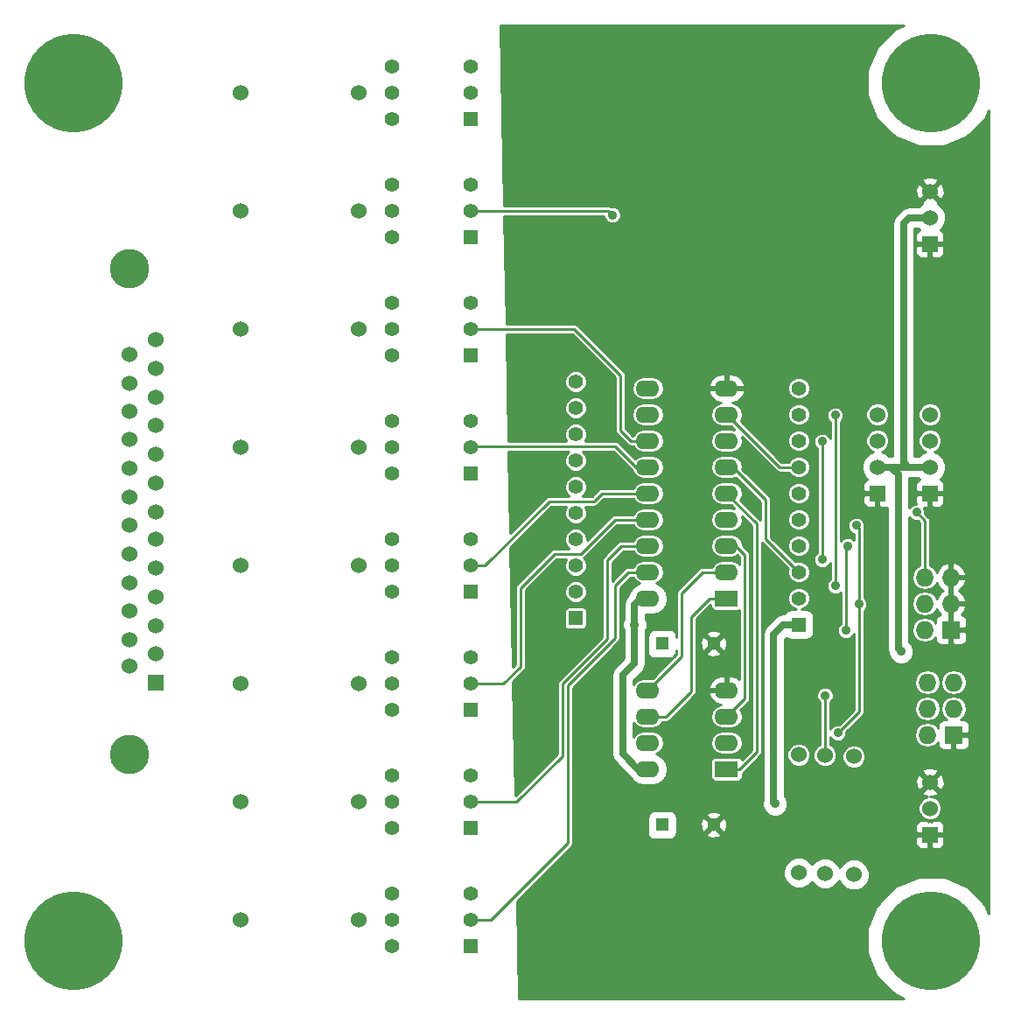
<source format=gbl>
G04 #@! TF.FileFunction,Copper,L2,Bot,Signal*
%FSLAX46Y46*%
G04 Gerber Fmt 4.6, Leading zero omitted, Abs format (unit mm)*
G04 Created by KiCad (PCBNEW (after 2015-mar-04 BZR unknown)-product) date 4/26/2015 3:19:07 PM*
%MOMM*%
G01*
G04 APERTURE LIST*
%ADD10C,0.150000*%
%ADD11C,1.524000*%
%ADD12R,1.397000X1.397000*%
%ADD13C,1.397000*%
%ADD14C,9.525000*%
%ADD15R,1.524000X1.524000*%
%ADD16C,3.810000*%
%ADD17R,1.727200X1.727200*%
%ADD18O,1.727200X1.727200*%
%ADD19R,1.300000X1.300000*%
%ADD20C,1.300000*%
%ADD21R,2.286000X1.574800*%
%ADD22O,2.286000X1.574800*%
%ADD23C,0.889000*%
%ADD24C,0.254000*%
%ADD25C,0.635000*%
G04 APERTURE END LIST*
D10*
D11*
X63655000Y-26985000D03*
X52225000Y-26985000D03*
X63655000Y-38415000D03*
X52225000Y-38415000D03*
X63655000Y-49845000D03*
X52225000Y-49845000D03*
X63655000Y-61275000D03*
X52225000Y-61275000D03*
X63655000Y-72705000D03*
X52225000Y-72705000D03*
X63655000Y-84135000D03*
X52225000Y-84135000D03*
X63655000Y-106995000D03*
X52225000Y-106995000D03*
X63655000Y-95565000D03*
X52225000Y-95565000D03*
D12*
X74450000Y-109535000D03*
D13*
X74450000Y-106995000D03*
X74450000Y-104455000D03*
X66830000Y-104455000D03*
X66830000Y-106995000D03*
X66830000Y-109535000D03*
D12*
X74450000Y-29525000D03*
D13*
X74450000Y-26985000D03*
X74450000Y-24445000D03*
X66830000Y-24445000D03*
X66830000Y-26985000D03*
X66830000Y-29525000D03*
D12*
X74450000Y-40955000D03*
D13*
X74450000Y-38415000D03*
X74450000Y-35875000D03*
X66830000Y-35875000D03*
X66830000Y-38415000D03*
X66830000Y-40955000D03*
D12*
X74450000Y-52385000D03*
D13*
X74450000Y-49845000D03*
X74450000Y-47305000D03*
X66830000Y-47305000D03*
X66830000Y-49845000D03*
X66830000Y-52385000D03*
D12*
X74450000Y-63815000D03*
D13*
X74450000Y-61275000D03*
X74450000Y-58735000D03*
X66830000Y-58735000D03*
X66830000Y-61275000D03*
X66830000Y-63815000D03*
D12*
X74450000Y-75245000D03*
D13*
X74450000Y-72705000D03*
X74450000Y-70165000D03*
X66830000Y-70165000D03*
X66830000Y-72705000D03*
X66830000Y-75245000D03*
D12*
X74450000Y-86675000D03*
D13*
X74450000Y-84135000D03*
X74450000Y-81595000D03*
X66830000Y-81595000D03*
X66830000Y-84135000D03*
X66830000Y-86675000D03*
D12*
X74450000Y-98105000D03*
D13*
X74450000Y-95565000D03*
X74450000Y-93025000D03*
X66830000Y-93025000D03*
X66830000Y-95565000D03*
X66830000Y-98105000D03*
D14*
X36000000Y-26000000D03*
X119000000Y-26000000D03*
X36000000Y-109000000D03*
X119000000Y-109000000D03*
D15*
X118900000Y-65720000D03*
D11*
X118900000Y-63180000D03*
X118900000Y-60640000D03*
X118900000Y-58100000D03*
D16*
X41430000Y-44005000D03*
X41430000Y-90995000D03*
D15*
X43970000Y-84010000D03*
D11*
X43970000Y-81216000D03*
X43970000Y-78549000D03*
X43970000Y-75755000D03*
X43970000Y-72961000D03*
X43970000Y-70167000D03*
X43970000Y-67500000D03*
X43970000Y-64706000D03*
X43970000Y-61912000D03*
X43970000Y-59118000D03*
X43970000Y-56451000D03*
X43970000Y-53657000D03*
X43970000Y-50863000D03*
X41430000Y-82435200D03*
X41430000Y-79895200D03*
X41430000Y-77101200D03*
X41430000Y-74358000D03*
X41430000Y-71614800D03*
X41430000Y-68820800D03*
X41430000Y-66077600D03*
X41430000Y-63334400D03*
X41430000Y-60489600D03*
X41430000Y-57797200D03*
X41430000Y-55054000D03*
X41430000Y-52260000D03*
D12*
X84610000Y-77785000D03*
D13*
X84610000Y-75245000D03*
X84610000Y-72705000D03*
X84610000Y-70165000D03*
X84610000Y-67625000D03*
X84610000Y-65085000D03*
X84610000Y-62545000D03*
X84610000Y-60005000D03*
X84610000Y-57465000D03*
X84610000Y-54925000D03*
D12*
X106200000Y-78420000D03*
D13*
X106200000Y-75880000D03*
X106200000Y-73340000D03*
X106200000Y-70800000D03*
X106200000Y-68260000D03*
X106200000Y-65720000D03*
X106200000Y-63180000D03*
X106200000Y-60640000D03*
X106200000Y-58100000D03*
X106200000Y-55560000D03*
D15*
X113820000Y-65720000D03*
D11*
X113820000Y-63180000D03*
X113820000Y-60640000D03*
X113820000Y-58100000D03*
D15*
X118900000Y-41590000D03*
D11*
X118900000Y-39050000D03*
X118900000Y-36510000D03*
D15*
X118900000Y-98740000D03*
D11*
X118900000Y-96200000D03*
X118900000Y-93660000D03*
X108740000Y-91056500D03*
X108740000Y-102486500D03*
X111534000Y-91183500D03*
X111534000Y-102613500D03*
X106200000Y-90993000D03*
X106200000Y-102423000D03*
D17*
X120932000Y-78928000D03*
D18*
X118392000Y-78928000D03*
X120932000Y-76388000D03*
X118392000Y-76388000D03*
X120932000Y-73848000D03*
X118392000Y-73848000D03*
D17*
X121186000Y-89088000D03*
D18*
X118646000Y-89088000D03*
X121186000Y-86548000D03*
X118646000Y-86548000D03*
X121186000Y-84008000D03*
X118646000Y-84008000D03*
D19*
X92964000Y-80264000D03*
D20*
X97964000Y-80264000D03*
D19*
X92964000Y-97790000D03*
D20*
X97964000Y-97790000D03*
D21*
X99215000Y-75880000D03*
D22*
X99215000Y-73340000D03*
X99215000Y-70800000D03*
X99215000Y-68260000D03*
X99215000Y-65720000D03*
X99215000Y-63180000D03*
X99215000Y-60640000D03*
X99215000Y-58100000D03*
X99215000Y-55560000D03*
X91595000Y-55560000D03*
X91595000Y-58100000D03*
X91595000Y-60640000D03*
X91595000Y-63180000D03*
X91595000Y-65720000D03*
X91595000Y-68260000D03*
X91595000Y-70800000D03*
X91595000Y-73340000D03*
X91595000Y-75880000D03*
D21*
X99215000Y-92390000D03*
D22*
X99215000Y-89850000D03*
X99215000Y-87310000D03*
X99215000Y-84770000D03*
X91595000Y-84770000D03*
X91595000Y-87310000D03*
X91595000Y-89850000D03*
X91595000Y-92390000D03*
D23*
X117602000Y-67564000D03*
X112014000Y-76454000D03*
X111760000Y-68834000D03*
X109982000Y-88900000D03*
X110744000Y-78994000D03*
X110932000Y-70800000D03*
X109728000Y-74676000D03*
X109728000Y-58166000D03*
X108458000Y-72136000D03*
X108458000Y-60706000D03*
X116078000Y-81026000D03*
X90325000Y-78420000D03*
X103886000Y-95758000D03*
X88166000Y-38796000D03*
X108740000Y-85278000D03*
D24*
X118392000Y-73848000D02*
X118392000Y-68354000D01*
X118392000Y-68354000D02*
X117602000Y-67564000D01*
X99215000Y-92390000D02*
X100485000Y-92390000D01*
X102136000Y-68641000D02*
X99215000Y-65720000D01*
X102136000Y-90739000D02*
X102136000Y-68641000D01*
X100485000Y-92390000D02*
X102136000Y-90739000D01*
X112014000Y-86868000D02*
X109982000Y-88900000D01*
X112014000Y-69088000D02*
X112014000Y-76454000D01*
X112014000Y-76454000D02*
X112014000Y-86868000D01*
X111760000Y-68834000D02*
X112014000Y-69088000D01*
X110744000Y-70988000D02*
X110744000Y-78994000D01*
X110932000Y-70800000D02*
X110744000Y-70988000D01*
X99215000Y-70800000D02*
X100104000Y-70800000D01*
X100993000Y-85532000D02*
X99215000Y-87310000D01*
X100993000Y-71689000D02*
X100993000Y-85532000D01*
X100104000Y-70800000D02*
X100993000Y-71689000D01*
X109728000Y-62484000D02*
X109728000Y-58166000D01*
X109728000Y-70866000D02*
X109728000Y-62484000D01*
X109728000Y-74676000D02*
X109728000Y-70866000D01*
X91595000Y-87310000D02*
X93373000Y-87310000D01*
X97564000Y-75880000D02*
X99215000Y-75880000D01*
X95786000Y-77658000D02*
X97564000Y-75880000D01*
X95786000Y-84897000D02*
X95786000Y-77658000D01*
X93373000Y-87310000D02*
X95786000Y-84897000D01*
X108458000Y-72136000D02*
X108458000Y-60706000D01*
X91595000Y-84770000D02*
X94897000Y-81468000D01*
X94897000Y-75372000D02*
X96929000Y-73340000D01*
X94897000Y-81468000D02*
X94897000Y-75372000D01*
X96929000Y-73340000D02*
X99215000Y-73340000D01*
X91595000Y-84770000D02*
X91722000Y-84770000D01*
D25*
X89154000Y-88646000D02*
X89154000Y-90932000D01*
X90612000Y-92390000D02*
X91595000Y-92390000D01*
X89154000Y-90932000D02*
X90612000Y-92390000D01*
X90325000Y-78420000D02*
X90325000Y-82141000D01*
X89154000Y-83312000D02*
X89154000Y-88646000D01*
X90325000Y-82141000D02*
X89154000Y-83312000D01*
X91595000Y-75880000D02*
X90960000Y-75880000D01*
X90960000Y-75880000D02*
X90325000Y-76515000D01*
X90325000Y-76515000D02*
X90325000Y-78420000D01*
X113820000Y-63180000D02*
X118900000Y-63180000D01*
X113820000Y-63180000D02*
X115090000Y-63180000D01*
X115090000Y-63180000D02*
X115824000Y-63914000D01*
X115824000Y-80772000D02*
X116078000Y-81026000D01*
X115824000Y-63914000D02*
X115824000Y-80772000D01*
X118900000Y-63180000D02*
X116774000Y-63180000D01*
X116774000Y-63180000D02*
X116332000Y-62738000D01*
X116332000Y-62738000D02*
X116332000Y-39624000D01*
X116332000Y-39624000D02*
X116906000Y-39050000D01*
X116906000Y-39050000D02*
X118900000Y-39050000D01*
D24*
X115979000Y-80927000D02*
X115979000Y-75692000D01*
X116078000Y-81026000D02*
X115979000Y-80927000D01*
X115979000Y-75692000D02*
X115979000Y-72898000D01*
X115090000Y-63180000D02*
X115979000Y-64069000D01*
X115979000Y-72898000D02*
X115979000Y-64069000D01*
X90960000Y-75880000D02*
X90325000Y-76515000D01*
X90325000Y-76515000D02*
X90325000Y-78420000D01*
D25*
X103787000Y-95659000D02*
X103886000Y-95758000D01*
X103787000Y-91440000D02*
X103787000Y-95659000D01*
X103787000Y-79347000D02*
X104714000Y-78420000D01*
X104714000Y-78420000D02*
X106200000Y-78420000D01*
X103787000Y-91440000D02*
X103787000Y-79347000D01*
D24*
X103025000Y-70165000D02*
X103025000Y-66355000D01*
X103025000Y-66355000D02*
X99850000Y-63180000D01*
X99850000Y-63180000D02*
X99215000Y-63180000D01*
X106200000Y-73340000D02*
X103025000Y-70165000D01*
X99215000Y-58100000D02*
X99248000Y-58100000D01*
X99248000Y-58100000D02*
X104328000Y-63180000D01*
X104328000Y-63180000D02*
X106200000Y-63180000D01*
X99850000Y-58100000D02*
X99215000Y-58100000D01*
X87785000Y-38415000D02*
X74450000Y-38415000D01*
X88166000Y-38796000D02*
X87785000Y-38415000D01*
X89944000Y-60640000D02*
X88928000Y-59624000D01*
X88928000Y-59624000D02*
X88928000Y-54290000D01*
X91595000Y-60640000D02*
X89944000Y-60640000D01*
X84483000Y-49845000D02*
X88928000Y-54290000D01*
X74450000Y-49845000D02*
X84483000Y-49845000D01*
X90452000Y-63180000D02*
X88420000Y-61148000D01*
X88420000Y-61148000D02*
X74577000Y-61148000D01*
X74577000Y-61148000D02*
X74450000Y-61275000D01*
X91595000Y-63180000D02*
X90452000Y-63180000D01*
X87150000Y-65720000D02*
X86388000Y-66482000D01*
X91595000Y-65720000D02*
X87150000Y-65720000D01*
X82070000Y-66482000D02*
X86388000Y-66482000D01*
X75847000Y-72705000D02*
X82070000Y-66482000D01*
X74450000Y-72705000D02*
X75847000Y-72705000D01*
X88420000Y-68260000D02*
X85118000Y-71562000D01*
X85118000Y-71562000D02*
X82578000Y-71562000D01*
X82578000Y-71562000D02*
X79276000Y-74864000D01*
X79276000Y-74864000D02*
X79276000Y-82484000D01*
X79276000Y-82484000D02*
X77625000Y-84135000D01*
X77625000Y-84135000D02*
X74450000Y-84135000D01*
X91595000Y-68260000D02*
X88420000Y-68260000D01*
X78895000Y-95565000D02*
X83340000Y-91120000D01*
X83340000Y-91120000D02*
X83340000Y-84135000D01*
X83340000Y-84135000D02*
X87658000Y-79817000D01*
X74450000Y-95565000D02*
X78895000Y-95565000D01*
X87658000Y-72197000D02*
X89055000Y-70800000D01*
X89055000Y-70800000D02*
X91595000Y-70800000D01*
X87658000Y-79817000D02*
X87658000Y-72197000D01*
X91595000Y-73340000D02*
X89728000Y-73340000D01*
X76393000Y-106995000D02*
X74450000Y-106995000D01*
X83820000Y-99568000D02*
X76393000Y-106995000D01*
X83820000Y-84301582D02*
X83820000Y-99568000D01*
X88392000Y-79729582D02*
X83820000Y-84301582D01*
X88392000Y-74676000D02*
X88392000Y-79729582D01*
X89728000Y-73340000D02*
X88392000Y-74676000D01*
X74450000Y-106995000D02*
X75085000Y-106995000D01*
X108740000Y-91056500D02*
X108740000Y-85278000D01*
X108740000Y-91056500D02*
X108740000Y-90739000D01*
G36*
X124569000Y-106348473D02*
X124224815Y-105515482D01*
X122684600Y-103972576D01*
X122684600Y-90077910D01*
X122684600Y-89825291D01*
X122684600Y-89373750D01*
X122684600Y-88802250D01*
X122684600Y-88350709D01*
X122684600Y-88098090D01*
X122587927Y-87864701D01*
X122409298Y-87686073D01*
X122175909Y-87589400D01*
X121848992Y-87589400D01*
X122090448Y-87428065D01*
X122360243Y-87024288D01*
X122454983Y-86548000D01*
X122454983Y-84008000D01*
X122430600Y-83885418D01*
X122430600Y-79917910D01*
X122430600Y-79665291D01*
X122430600Y-79213750D01*
X122430600Y-78642250D01*
X122430600Y-78190709D01*
X122430600Y-77938090D01*
X122333927Y-77704701D01*
X122155298Y-77526073D01*
X121957880Y-77444299D01*
X122214688Y-77162947D01*
X122386958Y-76747026D01*
X122386958Y-76028974D01*
X122214688Y-75613053D01*
X121820490Y-75181179D01*
X121685687Y-75118000D01*
X121820490Y-75054821D01*
X122214688Y-74622947D01*
X122386958Y-74207026D01*
X122386958Y-73488974D01*
X122214688Y-73073053D01*
X121820490Y-72641179D01*
X121291027Y-72393032D01*
X121059000Y-72513531D01*
X121059000Y-73721000D01*
X122265817Y-73721000D01*
X122386958Y-73488974D01*
X122386958Y-74207026D01*
X122265817Y-73975000D01*
X121059000Y-73975000D01*
X121059000Y-75053531D01*
X121059000Y-75182469D01*
X121059000Y-76261000D01*
X122265817Y-76261000D01*
X122386958Y-76028974D01*
X122386958Y-76747026D01*
X122265817Y-76515000D01*
X121059000Y-76515000D01*
X121059000Y-77588150D01*
X121059000Y-77722469D01*
X121059000Y-78801000D01*
X122271850Y-78801000D01*
X122430600Y-78642250D01*
X122430600Y-79213750D01*
X122271850Y-79055000D01*
X121059000Y-79055000D01*
X121059000Y-80267850D01*
X121217750Y-80426600D01*
X121921909Y-80426600D01*
X122155298Y-80329927D01*
X122333927Y-80151299D01*
X122430600Y-79917910D01*
X122430600Y-83885418D01*
X122360243Y-83531712D01*
X122090448Y-83127935D01*
X121686671Y-82858140D01*
X121210383Y-82763400D01*
X121161617Y-82763400D01*
X120805000Y-82834335D01*
X120805000Y-80267850D01*
X120805000Y-79055000D01*
X120785000Y-79055000D01*
X120785000Y-78801000D01*
X120805000Y-78801000D01*
X120805000Y-77722469D01*
X120805000Y-77588150D01*
X120805000Y-76515000D01*
X120785000Y-76515000D01*
X120785000Y-76261000D01*
X120805000Y-76261000D01*
X120805000Y-75182469D01*
X120805000Y-75053531D01*
X120805000Y-73975000D01*
X120785000Y-73975000D01*
X120785000Y-73721000D01*
X120805000Y-73721000D01*
X120805000Y-72513531D01*
X120572973Y-72393032D01*
X120297000Y-72522374D01*
X120297000Y-66608310D01*
X120297000Y-66355691D01*
X120297000Y-66005750D01*
X120138250Y-65847000D01*
X119027000Y-65847000D01*
X119027000Y-66958250D01*
X119185750Y-67117000D01*
X119788309Y-67117000D01*
X120021698Y-67020327D01*
X120200327Y-66841699D01*
X120297000Y-66608310D01*
X120297000Y-72522374D01*
X120043510Y-72641179D01*
X119649312Y-73073053D01*
X119541159Y-73334171D01*
X119296448Y-72967935D01*
X118900000Y-72703037D01*
X118900000Y-68354000D01*
X118861331Y-68159597D01*
X118751210Y-67994790D01*
X118427407Y-67670987D01*
X118427643Y-67400518D01*
X118310495Y-67117000D01*
X118614250Y-67117000D01*
X118773000Y-66958250D01*
X118773000Y-65847000D01*
X117661750Y-65847000D01*
X117503000Y-66005750D01*
X117503000Y-66355691D01*
X117503000Y-66608310D01*
X117556910Y-66738460D01*
X117438518Y-66738357D01*
X117135002Y-66863767D01*
X116903500Y-67094865D01*
X116903500Y-64259500D01*
X117824234Y-64259500D01*
X117923917Y-64359357D01*
X117778302Y-64419673D01*
X117599673Y-64598301D01*
X117503000Y-64831690D01*
X117503000Y-65084309D01*
X117503000Y-65434250D01*
X117661750Y-65593000D01*
X118773000Y-65593000D01*
X118773000Y-65573000D01*
X119027000Y-65573000D01*
X119027000Y-65593000D01*
X120138250Y-65593000D01*
X120297000Y-65434250D01*
X120297000Y-65084309D01*
X120297000Y-64831690D01*
X120200327Y-64598301D01*
X120021698Y-64419673D01*
X119875831Y-64359253D01*
X120191231Y-64044404D01*
X120423735Y-63484472D01*
X120424264Y-62878188D01*
X120297000Y-62570184D01*
X120297000Y-42478309D01*
X120297000Y-41875750D01*
X120138250Y-41717000D01*
X119027000Y-41717000D01*
X119027000Y-42828250D01*
X119185750Y-42987000D01*
X119535691Y-42987000D01*
X119788310Y-42987000D01*
X120021699Y-42890327D01*
X120200327Y-42711698D01*
X120297000Y-42478309D01*
X120297000Y-62570184D01*
X120192738Y-62317851D01*
X119764404Y-61888769D01*
X119318734Y-61703710D01*
X119546612Y-61609554D01*
X119868423Y-61288303D01*
X120042801Y-60868354D01*
X120043198Y-60413641D01*
X120043198Y-57873641D01*
X119869554Y-57453388D01*
X119548303Y-57131577D01*
X119128354Y-56957199D01*
X118773000Y-56956888D01*
X118773000Y-42828250D01*
X118773000Y-41717000D01*
X117661750Y-41717000D01*
X117503000Y-41875750D01*
X117503000Y-42478309D01*
X117599673Y-42711698D01*
X117778301Y-42890327D01*
X118011690Y-42987000D01*
X118264309Y-42987000D01*
X118614250Y-42987000D01*
X118773000Y-42828250D01*
X118773000Y-56956888D01*
X118673641Y-56956802D01*
X118253388Y-57130446D01*
X117931577Y-57451697D01*
X117757199Y-57871646D01*
X117756802Y-58326359D01*
X117930446Y-58746612D01*
X118251697Y-59068423D01*
X118671646Y-59242801D01*
X119126359Y-59243198D01*
X119546612Y-59069554D01*
X119868423Y-58748303D01*
X120042801Y-58328354D01*
X120043198Y-57873641D01*
X120043198Y-60413641D01*
X119869554Y-59993388D01*
X119548303Y-59671577D01*
X119128354Y-59497199D01*
X118673641Y-59496802D01*
X118253388Y-59670446D01*
X117931577Y-59991697D01*
X117757199Y-60411646D01*
X117756802Y-60866359D01*
X117930446Y-61286612D01*
X118251697Y-61608423D01*
X118481626Y-61703898D01*
X118037851Y-61887262D01*
X117824240Y-62100500D01*
X117411500Y-62100500D01*
X117411500Y-40129500D01*
X117824234Y-40129500D01*
X117923916Y-40229356D01*
X117778301Y-40289673D01*
X117599673Y-40468302D01*
X117503000Y-40701691D01*
X117503000Y-41304250D01*
X117661750Y-41463000D01*
X118773000Y-41463000D01*
X118773000Y-41443000D01*
X119027000Y-41443000D01*
X119027000Y-41463000D01*
X120138250Y-41463000D01*
X120297000Y-41304250D01*
X120297000Y-40701691D01*
X120200327Y-40468302D01*
X120021699Y-40289673D01*
X119875832Y-40229252D01*
X120191231Y-39914404D01*
X120423735Y-39354472D01*
X120424264Y-38748188D01*
X120309144Y-38469575D01*
X120309144Y-36717698D01*
X120281362Y-36162632D01*
X120122397Y-35778857D01*
X119880213Y-35709392D01*
X119700608Y-35888997D01*
X119700608Y-35529787D01*
X119631143Y-35287603D01*
X119107698Y-35100856D01*
X118552632Y-35128638D01*
X118168857Y-35287603D01*
X118099392Y-35529787D01*
X118900000Y-36330395D01*
X119700608Y-35529787D01*
X119700608Y-35888997D01*
X119079605Y-36510000D01*
X119880213Y-37310608D01*
X120122397Y-37241143D01*
X120309144Y-36717698D01*
X120309144Y-38469575D01*
X120192738Y-38187851D01*
X119764404Y-37758769D01*
X119638566Y-37706516D01*
X119700608Y-37490213D01*
X118900000Y-36689605D01*
X118720395Y-36869210D01*
X118720395Y-36510000D01*
X117919787Y-35709392D01*
X117677603Y-35778857D01*
X117490856Y-36302302D01*
X117518638Y-36857368D01*
X117677603Y-37241143D01*
X117919787Y-37310608D01*
X118720395Y-36510000D01*
X118720395Y-36869210D01*
X118099392Y-37490213D01*
X118161352Y-37706232D01*
X118037851Y-37757262D01*
X117824240Y-37970500D01*
X116906005Y-37970500D01*
X116906000Y-37970499D01*
X116561432Y-38039038D01*
X116492893Y-38052672D01*
X116142678Y-38286678D01*
X116142675Y-38286681D01*
X115568678Y-38860678D01*
X115334672Y-39210893D01*
X115252500Y-39624000D01*
X115252500Y-62100500D01*
X115090000Y-62100500D01*
X114895765Y-62100500D01*
X114684404Y-61888769D01*
X114238734Y-61703710D01*
X114466612Y-61609554D01*
X114788423Y-61288303D01*
X114962801Y-60868354D01*
X114963198Y-60413641D01*
X114963198Y-57873641D01*
X114789554Y-57453388D01*
X114468303Y-57131577D01*
X114048354Y-56957199D01*
X113593641Y-56956802D01*
X113173388Y-57130446D01*
X112851577Y-57451697D01*
X112677199Y-57871646D01*
X112676802Y-58326359D01*
X112850446Y-58746612D01*
X113171697Y-59068423D01*
X113591646Y-59242801D01*
X114046359Y-59243198D01*
X114466612Y-59069554D01*
X114788423Y-58748303D01*
X114962801Y-58328354D01*
X114963198Y-57873641D01*
X114963198Y-60413641D01*
X114789554Y-59993388D01*
X114468303Y-59671577D01*
X114048354Y-59497199D01*
X113593641Y-59496802D01*
X113173388Y-59670446D01*
X112851577Y-59991697D01*
X112677199Y-60411646D01*
X112676802Y-60866359D01*
X112850446Y-61286612D01*
X113171697Y-61608423D01*
X113401626Y-61703898D01*
X112957851Y-61887262D01*
X112528769Y-62315596D01*
X112296265Y-62875528D01*
X112295736Y-63481812D01*
X112527262Y-64042149D01*
X112843917Y-64359357D01*
X112698302Y-64419673D01*
X112519673Y-64598301D01*
X112423000Y-64831690D01*
X112423000Y-65084309D01*
X112423000Y-65434250D01*
X112581750Y-65593000D01*
X113693000Y-65593000D01*
X113693000Y-65573000D01*
X113947000Y-65573000D01*
X113947000Y-65593000D01*
X113967000Y-65593000D01*
X113967000Y-65847000D01*
X113947000Y-65847000D01*
X113947000Y-66958250D01*
X114105750Y-67117000D01*
X114708309Y-67117000D01*
X114744500Y-67102009D01*
X114744500Y-80772000D01*
X114826672Y-81185107D01*
X114871302Y-81251901D01*
X114871291Y-81264935D01*
X115054582Y-81708535D01*
X115393680Y-82048225D01*
X115836959Y-82232290D01*
X116316935Y-82232709D01*
X116760535Y-82049418D01*
X117100225Y-81710320D01*
X117284290Y-81267041D01*
X117284709Y-80787065D01*
X117101418Y-80343465D01*
X116903500Y-80145201D01*
X116903500Y-68032734D01*
X117133781Y-68263417D01*
X117437077Y-68389357D01*
X117709173Y-68389593D01*
X117884000Y-68564420D01*
X117884000Y-72703037D01*
X117487552Y-72967935D01*
X117217757Y-73371712D01*
X117123017Y-73848000D01*
X117217757Y-74324288D01*
X117487552Y-74728065D01*
X117891329Y-74997860D01*
X118367617Y-75092600D01*
X118416383Y-75092600D01*
X118892671Y-74997860D01*
X119296448Y-74728065D01*
X119541159Y-74361828D01*
X119649312Y-74622947D01*
X120043510Y-75054821D01*
X120178312Y-75118000D01*
X120043510Y-75181179D01*
X119649312Y-75613053D01*
X119541159Y-75874171D01*
X119296448Y-75507935D01*
X118892671Y-75238140D01*
X118416383Y-75143400D01*
X118367617Y-75143400D01*
X117891329Y-75238140D01*
X117487552Y-75507935D01*
X117217757Y-75911712D01*
X117123017Y-76388000D01*
X117217757Y-76864288D01*
X117487552Y-77268065D01*
X117891329Y-77537860D01*
X118367617Y-77632600D01*
X118416383Y-77632600D01*
X118892671Y-77537860D01*
X119296448Y-77268065D01*
X119541159Y-76901828D01*
X119649312Y-77162947D01*
X119906119Y-77444299D01*
X119708702Y-77526073D01*
X119530073Y-77704701D01*
X119433400Y-77938090D01*
X119433400Y-78190709D01*
X119433400Y-78252898D01*
X119296448Y-78047935D01*
X118892671Y-77778140D01*
X118416383Y-77683400D01*
X118367617Y-77683400D01*
X117891329Y-77778140D01*
X117487552Y-78047935D01*
X117217757Y-78451712D01*
X117123017Y-78928000D01*
X117217757Y-79404288D01*
X117487552Y-79808065D01*
X117891329Y-80077860D01*
X118367617Y-80172600D01*
X118416383Y-80172600D01*
X118892671Y-80077860D01*
X119296448Y-79808065D01*
X119433400Y-79603101D01*
X119433400Y-79665291D01*
X119433400Y-79917910D01*
X119530073Y-80151299D01*
X119708702Y-80329927D01*
X119942091Y-80426600D01*
X120646250Y-80426600D01*
X120805000Y-80267850D01*
X120805000Y-82834335D01*
X120685329Y-82858140D01*
X120281552Y-83127935D01*
X120011757Y-83531712D01*
X119917017Y-84008000D01*
X120011757Y-84484288D01*
X120281552Y-84888065D01*
X120685329Y-85157860D01*
X121161617Y-85252600D01*
X121210383Y-85252600D01*
X121686671Y-85157860D01*
X122090448Y-84888065D01*
X122360243Y-84484288D01*
X122454983Y-84008000D01*
X122454983Y-86548000D01*
X122360243Y-86071712D01*
X122090448Y-85667935D01*
X121686671Y-85398140D01*
X121210383Y-85303400D01*
X121161617Y-85303400D01*
X120685329Y-85398140D01*
X120281552Y-85667935D01*
X120011757Y-86071712D01*
X119917017Y-86548000D01*
X120011757Y-87024288D01*
X120281552Y-87428065D01*
X120523007Y-87589400D01*
X120196091Y-87589400D01*
X119962702Y-87686073D01*
X119914983Y-87733791D01*
X119914983Y-86548000D01*
X119914983Y-84008000D01*
X119820243Y-83531712D01*
X119550448Y-83127935D01*
X119146671Y-82858140D01*
X118670383Y-82763400D01*
X118621617Y-82763400D01*
X118145329Y-82858140D01*
X117741552Y-83127935D01*
X117471757Y-83531712D01*
X117377017Y-84008000D01*
X117471757Y-84484288D01*
X117741552Y-84888065D01*
X118145329Y-85157860D01*
X118621617Y-85252600D01*
X118670383Y-85252600D01*
X119146671Y-85157860D01*
X119550448Y-84888065D01*
X119820243Y-84484288D01*
X119914983Y-84008000D01*
X119914983Y-86548000D01*
X119820243Y-86071712D01*
X119550448Y-85667935D01*
X119146671Y-85398140D01*
X118670383Y-85303400D01*
X118621617Y-85303400D01*
X118145329Y-85398140D01*
X117741552Y-85667935D01*
X117471757Y-86071712D01*
X117377017Y-86548000D01*
X117471757Y-87024288D01*
X117741552Y-87428065D01*
X118145329Y-87697860D01*
X118621617Y-87792600D01*
X118670383Y-87792600D01*
X119146671Y-87697860D01*
X119550448Y-87428065D01*
X119820243Y-87024288D01*
X119914983Y-86548000D01*
X119914983Y-87733791D01*
X119784073Y-87864701D01*
X119687400Y-88098090D01*
X119687400Y-88350709D01*
X119687400Y-88412898D01*
X119550448Y-88207935D01*
X119146671Y-87938140D01*
X118670383Y-87843400D01*
X118621617Y-87843400D01*
X118145329Y-87938140D01*
X117741552Y-88207935D01*
X117471757Y-88611712D01*
X117377017Y-89088000D01*
X117471757Y-89564288D01*
X117741552Y-89968065D01*
X118145329Y-90237860D01*
X118621617Y-90332600D01*
X118670383Y-90332600D01*
X119146671Y-90237860D01*
X119550448Y-89968065D01*
X119687400Y-89763101D01*
X119687400Y-89825291D01*
X119687400Y-90077910D01*
X119784073Y-90311299D01*
X119962702Y-90489927D01*
X120196091Y-90586600D01*
X120900250Y-90586600D01*
X121059000Y-90427850D01*
X121059000Y-89215000D01*
X121039000Y-89215000D01*
X121039000Y-88961000D01*
X121059000Y-88961000D01*
X121059000Y-88941000D01*
X121313000Y-88941000D01*
X121313000Y-88961000D01*
X122525850Y-88961000D01*
X122684600Y-88802250D01*
X122684600Y-89373750D01*
X122525850Y-89215000D01*
X121313000Y-89215000D01*
X121313000Y-90427850D01*
X121471750Y-90586600D01*
X122175909Y-90586600D01*
X122409298Y-90489927D01*
X122587927Y-90311299D01*
X122684600Y-90077910D01*
X122684600Y-103972576D01*
X122493632Y-103781275D01*
X120309144Y-102874195D01*
X120309144Y-93867698D01*
X120281362Y-93312632D01*
X120122397Y-92928857D01*
X119880213Y-92859392D01*
X119700608Y-93038997D01*
X119700608Y-92679787D01*
X119631143Y-92437603D01*
X119107698Y-92250856D01*
X118552632Y-92278638D01*
X118168857Y-92437603D01*
X118099392Y-92679787D01*
X118900000Y-93480395D01*
X119700608Y-92679787D01*
X119700608Y-93038997D01*
X119079605Y-93660000D01*
X119880213Y-94460608D01*
X120122397Y-94391143D01*
X120309144Y-93867698D01*
X120309144Y-102874195D01*
X120297000Y-102869153D01*
X120297000Y-99628309D01*
X120297000Y-99025750D01*
X120297000Y-98454250D01*
X120297000Y-97851691D01*
X120200327Y-97618302D01*
X120043198Y-97461172D01*
X120021699Y-97439673D01*
X119788310Y-97343000D01*
X119535691Y-97343000D01*
X119185750Y-97343000D01*
X119027002Y-97501748D01*
X119027002Y-97343111D01*
X119126359Y-97343198D01*
X119546612Y-97169554D01*
X119868423Y-96848303D01*
X120042801Y-96428354D01*
X120043198Y-95973641D01*
X119869554Y-95553388D01*
X119548303Y-95231577D01*
X119128354Y-95057199D01*
X118934339Y-95057029D01*
X119247368Y-95041362D01*
X119631143Y-94882397D01*
X119700608Y-94640213D01*
X118900000Y-93839605D01*
X118720395Y-94019210D01*
X118720395Y-93660000D01*
X117919787Y-92859392D01*
X117677603Y-92928857D01*
X117490856Y-93452302D01*
X117518638Y-94007368D01*
X117677603Y-94391143D01*
X117919787Y-94460608D01*
X118720395Y-93660000D01*
X118720395Y-94019210D01*
X118099392Y-94640213D01*
X118168857Y-94882397D01*
X118666258Y-95059852D01*
X118253388Y-95230446D01*
X117931577Y-95551697D01*
X117757199Y-95971646D01*
X117756802Y-96426359D01*
X117930446Y-96846612D01*
X118251697Y-97168423D01*
X118671646Y-97342801D01*
X118899575Y-97343000D01*
X118772998Y-97343000D01*
X118772998Y-97501748D01*
X118614250Y-97343000D01*
X118264309Y-97343000D01*
X118011690Y-97343000D01*
X117778301Y-97439673D01*
X117599673Y-97618302D01*
X117503000Y-97851691D01*
X117503000Y-98454250D01*
X117661750Y-98613000D01*
X118773000Y-98613000D01*
X118773000Y-98593000D01*
X119027000Y-98593000D01*
X119027000Y-98613000D01*
X120138250Y-98613000D01*
X120297000Y-98454250D01*
X120297000Y-99025750D01*
X120138250Y-98867000D01*
X119027000Y-98867000D01*
X119027000Y-99978250D01*
X119185750Y-100137000D01*
X119535691Y-100137000D01*
X119788310Y-100137000D01*
X120021699Y-100040327D01*
X120200327Y-99861698D01*
X120297000Y-99628309D01*
X120297000Y-102869153D01*
X120230575Y-102841571D01*
X118773000Y-102840299D01*
X118773000Y-99978250D01*
X118773000Y-98867000D01*
X117661750Y-98867000D01*
X117503000Y-99025750D01*
X117503000Y-99628309D01*
X117599673Y-99861698D01*
X117778301Y-100040327D01*
X118011690Y-100137000D01*
X118264309Y-100137000D01*
X118614250Y-100137000D01*
X118773000Y-99978250D01*
X118773000Y-102840299D01*
X117780175Y-102839433D01*
X115515482Y-103775185D01*
X113781275Y-105506368D01*
X113693000Y-105718957D01*
X113693000Y-66958250D01*
X113693000Y-65847000D01*
X112581750Y-65847000D01*
X112423000Y-66005750D01*
X112423000Y-66355691D01*
X112423000Y-66608310D01*
X112519673Y-66841699D01*
X112698302Y-67020327D01*
X112931691Y-67117000D01*
X113534250Y-67117000D01*
X113693000Y-66958250D01*
X113693000Y-105718957D01*
X113058264Y-107247570D01*
X113058264Y-102311688D01*
X112839643Y-101782583D01*
X112839643Y-76290518D01*
X112714233Y-75987002D01*
X112522000Y-75794433D01*
X112522000Y-69151502D01*
X112585357Y-68998923D01*
X112585643Y-68670518D01*
X112460233Y-68367002D01*
X112228219Y-68134583D01*
X111924923Y-68008643D01*
X111596518Y-68008357D01*
X111293002Y-68133767D01*
X111060583Y-68365781D01*
X110934643Y-68669077D01*
X110934357Y-68997482D01*
X111059767Y-69300998D01*
X111291781Y-69533417D01*
X111506000Y-69622368D01*
X111506000Y-70206548D01*
X111400219Y-70100583D01*
X111096923Y-69974643D01*
X110768518Y-69974357D01*
X110465002Y-70099767D01*
X110236000Y-70328369D01*
X110236000Y-62484000D01*
X110236000Y-58825302D01*
X110427417Y-58634219D01*
X110553357Y-58330923D01*
X110553643Y-58002518D01*
X110428233Y-57699002D01*
X110196219Y-57466583D01*
X109892923Y-57340643D01*
X109564518Y-57340357D01*
X109261002Y-57465767D01*
X109028583Y-57697781D01*
X108902643Y-58001077D01*
X108902357Y-58329482D01*
X109027767Y-58632998D01*
X109220000Y-58825566D01*
X109220000Y-60388489D01*
X109158233Y-60239002D01*
X108926219Y-60006583D01*
X108622923Y-59880643D01*
X108294518Y-59880357D01*
X107991002Y-60005767D01*
X107758583Y-60237781D01*
X107632643Y-60541077D01*
X107632357Y-60869482D01*
X107757767Y-61172998D01*
X107950000Y-61365566D01*
X107950000Y-71476697D01*
X107758583Y-71667781D01*
X107632643Y-71971077D01*
X107632357Y-72299482D01*
X107757767Y-72602998D01*
X107989781Y-72835417D01*
X108293077Y-72961357D01*
X108621482Y-72961643D01*
X108924998Y-72836233D01*
X109157417Y-72604219D01*
X109220000Y-72453502D01*
X109220000Y-74016697D01*
X109028583Y-74207781D01*
X108902643Y-74511077D01*
X108902357Y-74839482D01*
X109027767Y-75142998D01*
X109259781Y-75375417D01*
X109563077Y-75501357D01*
X109891482Y-75501643D01*
X110194998Y-75376233D01*
X110236000Y-75335302D01*
X110236000Y-78334697D01*
X110044583Y-78525781D01*
X109918643Y-78829077D01*
X109918357Y-79157482D01*
X110043767Y-79460998D01*
X110275781Y-79693417D01*
X110579077Y-79819357D01*
X110907482Y-79819643D01*
X111210998Y-79694233D01*
X111443417Y-79462219D01*
X111506000Y-79311502D01*
X111506000Y-86657580D01*
X110088987Y-88074592D01*
X109818518Y-88074357D01*
X109515002Y-88199767D01*
X109282583Y-88431781D01*
X109248000Y-88515065D01*
X109248000Y-85937302D01*
X109439417Y-85746219D01*
X109565357Y-85442923D01*
X109565643Y-85114518D01*
X109440233Y-84811002D01*
X109208219Y-84578583D01*
X108904923Y-84452643D01*
X108576518Y-84452357D01*
X108273002Y-84577767D01*
X108040583Y-84809781D01*
X107914643Y-85113077D01*
X107914357Y-85441482D01*
X108039767Y-85744998D01*
X108232000Y-85937566D01*
X108232000Y-90029673D01*
X108093388Y-90086946D01*
X107771577Y-90408197D01*
X107675428Y-90639749D01*
X107675428Y-79118500D01*
X107675428Y-77721500D01*
X107619055Y-77430952D01*
X107451308Y-77175587D01*
X107198068Y-77004648D01*
X106898500Y-76944572D01*
X106450365Y-76944572D01*
X106810689Y-76795689D01*
X107114622Y-76492286D01*
X107279313Y-76095668D01*
X107279687Y-75666216D01*
X107279687Y-73126216D01*
X107279687Y-70586216D01*
X107279687Y-68046216D01*
X107279687Y-65506216D01*
X107279687Y-62966216D01*
X107279687Y-60426216D01*
X107279687Y-57886216D01*
X107279687Y-55346216D01*
X107115689Y-54949311D01*
X106812286Y-54645378D01*
X106415668Y-54480687D01*
X105986216Y-54480313D01*
X105589311Y-54644311D01*
X105285378Y-54947714D01*
X105120687Y-55344332D01*
X105120313Y-55773784D01*
X105284311Y-56170689D01*
X105587714Y-56474622D01*
X105984332Y-56639313D01*
X106413784Y-56639687D01*
X106810689Y-56475689D01*
X107114622Y-56172286D01*
X107279313Y-55775668D01*
X107279687Y-55346216D01*
X107279687Y-57886216D01*
X107115689Y-57489311D01*
X106812286Y-57185378D01*
X106415668Y-57020687D01*
X105986216Y-57020313D01*
X105589311Y-57184311D01*
X105285378Y-57487714D01*
X105120687Y-57884332D01*
X105120313Y-58313784D01*
X105284311Y-58710689D01*
X105587714Y-59014622D01*
X105984332Y-59179313D01*
X106413784Y-59179687D01*
X106810689Y-59015689D01*
X107114622Y-58712286D01*
X107279313Y-58315668D01*
X107279687Y-57886216D01*
X107279687Y-60426216D01*
X107115689Y-60029311D01*
X106812286Y-59725378D01*
X106415668Y-59560687D01*
X105986216Y-59560313D01*
X105589311Y-59724311D01*
X105285378Y-60027714D01*
X105120687Y-60424332D01*
X105120313Y-60853784D01*
X105284311Y-61250689D01*
X105587714Y-61554622D01*
X105984332Y-61719313D01*
X106413784Y-61719687D01*
X106810689Y-61555689D01*
X107114622Y-61252286D01*
X107279313Y-60855668D01*
X107279687Y-60426216D01*
X107279687Y-62966216D01*
X107115689Y-62569311D01*
X106812286Y-62265378D01*
X106415668Y-62100687D01*
X105986216Y-62100313D01*
X105589311Y-62264311D01*
X105285378Y-62567714D01*
X105242074Y-62672000D01*
X104538420Y-62672000D01*
X100573224Y-58706804D01*
X100679918Y-58547127D01*
X100768857Y-58100000D01*
X100679918Y-57652873D01*
X100426641Y-57273816D01*
X100047584Y-57020539D01*
X99761535Y-56963640D01*
X100232262Y-56825525D01*
X100666191Y-56475986D01*
X100933327Y-55986996D01*
X100950010Y-55907060D01*
X100950010Y-55212940D01*
X100933327Y-55133004D01*
X100666191Y-54644014D01*
X100232262Y-54294475D01*
X99697600Y-54137600D01*
X99342000Y-54137600D01*
X99342000Y-55433000D01*
X100827852Y-55433000D01*
X100950010Y-55212940D01*
X100950010Y-55907060D01*
X100827852Y-55687000D01*
X99342000Y-55687000D01*
X99342000Y-55707000D01*
X99088000Y-55707000D01*
X99088000Y-55687000D01*
X99088000Y-55433000D01*
X99088000Y-54137600D01*
X98732400Y-54137600D01*
X98197738Y-54294475D01*
X97763809Y-54644014D01*
X97496673Y-55133004D01*
X97479990Y-55212940D01*
X97602148Y-55433000D01*
X99088000Y-55433000D01*
X99088000Y-55687000D01*
X97602148Y-55687000D01*
X97479990Y-55907060D01*
X97496673Y-55986996D01*
X97763809Y-56475986D01*
X98197738Y-56825525D01*
X98668464Y-56963640D01*
X98382416Y-57020539D01*
X98003359Y-57273816D01*
X97750082Y-57652873D01*
X97661143Y-58100000D01*
X97750082Y-58547127D01*
X98003359Y-58926184D01*
X98382416Y-59179461D01*
X98829543Y-59268400D01*
X99600457Y-59268400D01*
X99681799Y-59252219D01*
X99975850Y-59546270D01*
X99600457Y-59471600D01*
X98829543Y-59471600D01*
X98382416Y-59560539D01*
X98003359Y-59813816D01*
X97750082Y-60192873D01*
X97661143Y-60640000D01*
X97750082Y-61087127D01*
X98003359Y-61466184D01*
X98382416Y-61719461D01*
X98829543Y-61808400D01*
X99600457Y-61808400D01*
X100047584Y-61719461D01*
X100426641Y-61466184D01*
X100679918Y-61087127D01*
X100768857Y-60640000D01*
X100694186Y-60264606D01*
X103968790Y-63539210D01*
X104133597Y-63649331D01*
X104328000Y-63688000D01*
X105241880Y-63688000D01*
X105284311Y-63790689D01*
X105587714Y-64094622D01*
X105984332Y-64259313D01*
X106413784Y-64259687D01*
X106810689Y-64095689D01*
X107114622Y-63792286D01*
X107279313Y-63395668D01*
X107279687Y-62966216D01*
X107279687Y-65506216D01*
X107115689Y-65109311D01*
X106812286Y-64805378D01*
X106415668Y-64640687D01*
X105986216Y-64640313D01*
X105589311Y-64804311D01*
X105285378Y-65107714D01*
X105120687Y-65504332D01*
X105120313Y-65933784D01*
X105284311Y-66330689D01*
X105587714Y-66634622D01*
X105984332Y-66799313D01*
X106413784Y-66799687D01*
X106810689Y-66635689D01*
X107114622Y-66332286D01*
X107279313Y-65935668D01*
X107279687Y-65506216D01*
X107279687Y-68046216D01*
X107115689Y-67649311D01*
X106812286Y-67345378D01*
X106415668Y-67180687D01*
X105986216Y-67180313D01*
X105589311Y-67344311D01*
X105285378Y-67647714D01*
X105120687Y-68044332D01*
X105120313Y-68473784D01*
X105284311Y-68870689D01*
X105587714Y-69174622D01*
X105984332Y-69339313D01*
X106413784Y-69339687D01*
X106810689Y-69175689D01*
X107114622Y-68872286D01*
X107279313Y-68475668D01*
X107279687Y-68046216D01*
X107279687Y-70586216D01*
X107115689Y-70189311D01*
X106812286Y-69885378D01*
X106415668Y-69720687D01*
X105986216Y-69720313D01*
X105589311Y-69884311D01*
X105285378Y-70187714D01*
X105120687Y-70584332D01*
X105120313Y-71013784D01*
X105284311Y-71410689D01*
X105587714Y-71714622D01*
X105984332Y-71879313D01*
X106413784Y-71879687D01*
X106810689Y-71715689D01*
X107114622Y-71412286D01*
X107279313Y-71015668D01*
X107279687Y-70586216D01*
X107279687Y-73126216D01*
X107115689Y-72729311D01*
X106812286Y-72425378D01*
X106415668Y-72260687D01*
X105986216Y-72260313D01*
X105881854Y-72303434D01*
X103533000Y-69954580D01*
X103533000Y-66355000D01*
X103494331Y-66160597D01*
X103384210Y-65995790D01*
X100735602Y-63347182D01*
X100768857Y-63180000D01*
X100679918Y-62732873D01*
X100426641Y-62353816D01*
X100047584Y-62100539D01*
X99600457Y-62011600D01*
X98829543Y-62011600D01*
X98382416Y-62100539D01*
X98003359Y-62353816D01*
X97750082Y-62732873D01*
X97661143Y-63180000D01*
X97750082Y-63627127D01*
X98003359Y-64006184D01*
X98382416Y-64259461D01*
X98829543Y-64348400D01*
X99600457Y-64348400D01*
X100047584Y-64259461D01*
X100145569Y-64193989D01*
X102517000Y-66565420D01*
X102517000Y-68314400D01*
X102495210Y-68281790D01*
X100560007Y-66346587D01*
X100679918Y-66167127D01*
X100768857Y-65720000D01*
X100679918Y-65272873D01*
X100426641Y-64893816D01*
X100047584Y-64640539D01*
X99600457Y-64551600D01*
X98829543Y-64551600D01*
X98382416Y-64640539D01*
X98003359Y-64893816D01*
X97750082Y-65272873D01*
X97661143Y-65720000D01*
X97750082Y-66167127D01*
X98003359Y-66546184D01*
X98382416Y-66799461D01*
X98829543Y-66888400D01*
X99600457Y-66888400D01*
X99654274Y-66877694D01*
X99934656Y-67158076D01*
X99600457Y-67091600D01*
X98829543Y-67091600D01*
X98382416Y-67180539D01*
X98003359Y-67433816D01*
X97750082Y-67812873D01*
X97661143Y-68260000D01*
X97750082Y-68707127D01*
X98003359Y-69086184D01*
X98382416Y-69339461D01*
X98829543Y-69428400D01*
X99600457Y-69428400D01*
X100047584Y-69339461D01*
X100426641Y-69086184D01*
X100679918Y-68707127D01*
X100768857Y-68260000D01*
X100702380Y-67925800D01*
X101628000Y-68851420D01*
X101628000Y-90528579D01*
X100768857Y-91387722D01*
X100768857Y-89850000D01*
X100679918Y-89402873D01*
X100426641Y-89023816D01*
X100047584Y-88770539D01*
X99600457Y-88681600D01*
X98829543Y-88681600D01*
X98382416Y-88770539D01*
X98003359Y-89023816D01*
X97750082Y-89402873D01*
X97661143Y-89850000D01*
X97750082Y-90297127D01*
X98003359Y-90676184D01*
X98382416Y-90929461D01*
X98829543Y-91018400D01*
X99600457Y-91018400D01*
X100047584Y-90929461D01*
X100426641Y-90676184D01*
X100679918Y-90297127D01*
X100768857Y-89850000D01*
X100768857Y-91387722D01*
X100710735Y-91445844D01*
X100634404Y-91329644D01*
X100507784Y-91244174D01*
X100358000Y-91214136D01*
X98072000Y-91214136D01*
X97926726Y-91242322D01*
X97799044Y-91326196D01*
X97713574Y-91452816D01*
X97683536Y-91602600D01*
X97683536Y-93177400D01*
X97711722Y-93322674D01*
X97795596Y-93450356D01*
X97922216Y-93535826D01*
X98072000Y-93565864D01*
X100358000Y-93565864D01*
X100503274Y-93537678D01*
X100630956Y-93453804D01*
X100716426Y-93327184D01*
X100746464Y-93177400D01*
X100746464Y-92814522D01*
X100844210Y-92749210D01*
X102495210Y-91098210D01*
X102495211Y-91098210D01*
X102605331Y-90933403D01*
X102644000Y-90739000D01*
X102644000Y-70491599D01*
X102665790Y-70524210D01*
X105163296Y-73021716D01*
X105120687Y-73124332D01*
X105120313Y-73553784D01*
X105284311Y-73950689D01*
X105587714Y-74254622D01*
X105984332Y-74419313D01*
X106413784Y-74419687D01*
X106810689Y-74255689D01*
X107114622Y-73952286D01*
X107279313Y-73555668D01*
X107279687Y-73126216D01*
X107279687Y-75666216D01*
X107115689Y-75269311D01*
X106812286Y-74965378D01*
X106415668Y-74800687D01*
X105986216Y-74800313D01*
X105589311Y-74964311D01*
X105285378Y-75267714D01*
X105120687Y-75664332D01*
X105120313Y-76093784D01*
X105284311Y-76490689D01*
X105587714Y-76794622D01*
X105948831Y-76944572D01*
X105501500Y-76944572D01*
X105210952Y-77000945D01*
X104955587Y-77168692D01*
X104839615Y-77340500D01*
X104714000Y-77340500D01*
X104300893Y-77422672D01*
X103950678Y-77656678D01*
X103023678Y-78583678D01*
X102789672Y-78933893D01*
X102707500Y-79347000D01*
X102707500Y-91440000D01*
X102707500Y-95450033D01*
X102679710Y-95516959D01*
X102679291Y-95996935D01*
X102862582Y-96440535D01*
X103201680Y-96780225D01*
X103644959Y-96964290D01*
X104124935Y-96964709D01*
X104568535Y-96781418D01*
X104908225Y-96442320D01*
X105092290Y-95999041D01*
X105092709Y-95519065D01*
X104909418Y-95075465D01*
X104866500Y-95032472D01*
X104866500Y-91440000D01*
X104866500Y-79794144D01*
X104977073Y-79683570D01*
X105201932Y-79835352D01*
X105501500Y-79895428D01*
X106898500Y-79895428D01*
X107189048Y-79839055D01*
X107444413Y-79671308D01*
X107615352Y-79418068D01*
X107675428Y-79118500D01*
X107675428Y-90639749D01*
X107597199Y-90828146D01*
X107596802Y-91282859D01*
X107770446Y-91703112D01*
X108091697Y-92024923D01*
X108511646Y-92199301D01*
X108966359Y-92199698D01*
X109386612Y-92026054D01*
X109708423Y-91704803D01*
X109882801Y-91284854D01*
X109883198Y-90830141D01*
X109709554Y-90409888D01*
X109388303Y-90088077D01*
X109248000Y-90029818D01*
X109248000Y-89285275D01*
X109281767Y-89366998D01*
X109513781Y-89599417D01*
X109817077Y-89725357D01*
X110145482Y-89725643D01*
X110448998Y-89600233D01*
X110681417Y-89368219D01*
X110807357Y-89064923D01*
X110807593Y-88792826D01*
X112373210Y-87227210D01*
X112483331Y-87062403D01*
X112522000Y-86868000D01*
X112522000Y-77113302D01*
X112713417Y-76922219D01*
X112839357Y-76618923D01*
X112839643Y-76290518D01*
X112839643Y-101782583D01*
X112826738Y-101751351D01*
X112677198Y-101601549D01*
X112677198Y-90957141D01*
X112503554Y-90536888D01*
X112182303Y-90215077D01*
X111762354Y-90040699D01*
X111307641Y-90040302D01*
X110887388Y-90213946D01*
X110565577Y-90535197D01*
X110391199Y-90955146D01*
X110390802Y-91409859D01*
X110564446Y-91830112D01*
X110885697Y-92151923D01*
X111305646Y-92326301D01*
X111760359Y-92326698D01*
X112180612Y-92153054D01*
X112502423Y-91831803D01*
X112676801Y-91411854D01*
X112677198Y-90957141D01*
X112677198Y-101601549D01*
X112398404Y-101322269D01*
X111838472Y-101089765D01*
X111232188Y-101089236D01*
X110671851Y-101320762D01*
X110242769Y-101749096D01*
X110163329Y-101940407D01*
X110032738Y-101624351D01*
X109604404Y-101195269D01*
X109044472Y-100962765D01*
X108438188Y-100962236D01*
X107877851Y-101193762D01*
X107497814Y-101573136D01*
X107492738Y-101560851D01*
X107343198Y-101411049D01*
X107343198Y-90766641D01*
X107169554Y-90346388D01*
X106848303Y-90024577D01*
X106428354Y-89850199D01*
X105973641Y-89849802D01*
X105553388Y-90023446D01*
X105231577Y-90344697D01*
X105057199Y-90764646D01*
X105056802Y-91219359D01*
X105230446Y-91639612D01*
X105551697Y-91961423D01*
X105971646Y-92135801D01*
X106426359Y-92136198D01*
X106846612Y-91962554D01*
X107168423Y-91641303D01*
X107342801Y-91221354D01*
X107343198Y-90766641D01*
X107343198Y-101411049D01*
X107064404Y-101131769D01*
X106504472Y-100899265D01*
X105898188Y-100898736D01*
X105337851Y-101130262D01*
X104908769Y-101558596D01*
X104676265Y-102118528D01*
X104675736Y-102724812D01*
X104907262Y-103285149D01*
X105335596Y-103714231D01*
X105895528Y-103946735D01*
X106501812Y-103947264D01*
X107062149Y-103715738D01*
X107442185Y-103336363D01*
X107447262Y-103348649D01*
X107875596Y-103777731D01*
X108435528Y-104010235D01*
X109041812Y-104010764D01*
X109602149Y-103779238D01*
X110031231Y-103350904D01*
X110110670Y-103159592D01*
X110241262Y-103475649D01*
X110669596Y-103904731D01*
X111229528Y-104137235D01*
X111835812Y-104137764D01*
X112396149Y-103906238D01*
X112825231Y-103477904D01*
X113057735Y-102917972D01*
X113058264Y-102311688D01*
X113058264Y-107247570D01*
X112841571Y-107769425D01*
X112839433Y-110219825D01*
X113775185Y-112484518D01*
X115506368Y-114218725D01*
X116349923Y-114569000D01*
X99261622Y-114569000D01*
X99261622Y-97970922D01*
X99232083Y-97460572D01*
X99093611Y-97126271D01*
X98863016Y-97070590D01*
X98683410Y-97250195D01*
X98683410Y-96890984D01*
X98627729Y-96660389D01*
X98144922Y-96492378D01*
X97634572Y-96521917D01*
X97300271Y-96660389D01*
X97244590Y-96890984D01*
X97964000Y-97610395D01*
X98683410Y-96890984D01*
X98683410Y-97250195D01*
X98143605Y-97790000D01*
X98863016Y-98509410D01*
X99093611Y-98453729D01*
X99261622Y-97970922D01*
X99261622Y-114569000D01*
X98683410Y-114569000D01*
X98683410Y-98689016D01*
X97964000Y-97969605D01*
X97784395Y-98149210D01*
X97784395Y-97790000D01*
X97064984Y-97070590D01*
X96834389Y-97126271D01*
X96666378Y-97609078D01*
X96695917Y-98119428D01*
X96834389Y-98453729D01*
X97064984Y-98509410D01*
X97784395Y-97790000D01*
X97784395Y-98149210D01*
X97244590Y-98689016D01*
X97300271Y-98919611D01*
X97783078Y-99087622D01*
X98293428Y-99058083D01*
X98627729Y-98919611D01*
X98683410Y-98689016D01*
X98683410Y-114569000D01*
X94390928Y-114569000D01*
X94390928Y-98440000D01*
X94390928Y-97140000D01*
X94334555Y-96849452D01*
X94166808Y-96594087D01*
X93913568Y-96423148D01*
X93614000Y-96363072D01*
X92314000Y-96363072D01*
X92023452Y-96419445D01*
X91768087Y-96587192D01*
X91597148Y-96840432D01*
X91537072Y-97140000D01*
X91537072Y-98440000D01*
X91593445Y-98730548D01*
X91761192Y-98985913D01*
X92014432Y-99156852D01*
X92314000Y-99216928D01*
X93614000Y-99216928D01*
X93904548Y-99160555D01*
X94159913Y-98992808D01*
X94330852Y-98739568D01*
X94390928Y-98440000D01*
X94390928Y-114569000D01*
X79111794Y-114569000D01*
X78935887Y-105170532D01*
X84179210Y-99927210D01*
X84289331Y-99762404D01*
X84289331Y-99762403D01*
X84328000Y-99568000D01*
X84328000Y-84512002D01*
X88751210Y-80088793D01*
X88751210Y-80088792D01*
X88861331Y-79923986D01*
X88861331Y-79923985D01*
X88867746Y-79891732D01*
X88899999Y-79729582D01*
X88900000Y-79729582D01*
X88900000Y-74886420D01*
X89938420Y-73848000D01*
X90170755Y-73848000D01*
X90383359Y-74166184D01*
X90760793Y-74418377D01*
X90609149Y-74448541D01*
X90106488Y-74784409D01*
X89770620Y-75287070D01*
X89707137Y-75606218D01*
X89561678Y-75751678D01*
X89327672Y-76101893D01*
X89245500Y-76515000D01*
X89245500Y-77873613D01*
X89118710Y-78178959D01*
X89118291Y-78658935D01*
X89245500Y-78966805D01*
X89245500Y-81693856D01*
X88390678Y-82548678D01*
X88156672Y-82898893D01*
X88074500Y-83312000D01*
X88074500Y-88646000D01*
X88074500Y-90932000D01*
X88156672Y-91345107D01*
X88390678Y-91695322D01*
X89848678Y-93153322D01*
X89913343Y-93196529D01*
X90106488Y-93485591D01*
X90609149Y-93821459D01*
X91202079Y-93939400D01*
X91987921Y-93939400D01*
X92580851Y-93821459D01*
X93083512Y-93485591D01*
X93419380Y-92982930D01*
X93537321Y-92390000D01*
X93419380Y-91797070D01*
X93083512Y-91294409D01*
X92580851Y-90958541D01*
X92429206Y-90928377D01*
X92806641Y-90676184D01*
X93059918Y-90297127D01*
X93148857Y-89850000D01*
X93059918Y-89402873D01*
X92806641Y-89023816D01*
X92427584Y-88770539D01*
X91980457Y-88681600D01*
X91209543Y-88681600D01*
X90762416Y-88770539D01*
X90383359Y-89023816D01*
X90233500Y-89248096D01*
X90233500Y-88646000D01*
X90233500Y-87911903D01*
X90383359Y-88136184D01*
X90762416Y-88389461D01*
X91209543Y-88478400D01*
X91980457Y-88478400D01*
X92427584Y-88389461D01*
X92806641Y-88136184D01*
X93019244Y-87818000D01*
X93373000Y-87818000D01*
X93567403Y-87779331D01*
X93732210Y-87669210D01*
X96145210Y-85256210D01*
X96255331Y-85091404D01*
X96255331Y-85091403D01*
X96261746Y-85059150D01*
X96293999Y-84897000D01*
X96294000Y-84897000D01*
X96294000Y-77868420D01*
X97683536Y-76478884D01*
X97683536Y-76667400D01*
X97711722Y-76812674D01*
X97795596Y-76940356D01*
X97922216Y-77025826D01*
X98072000Y-77055864D01*
X100358000Y-77055864D01*
X100485000Y-77031223D01*
X100485000Y-83708060D01*
X100232262Y-83504475D01*
X99697600Y-83347600D01*
X99342000Y-83347600D01*
X99342000Y-84643000D01*
X99362000Y-84643000D01*
X99362000Y-84897000D01*
X99342000Y-84897000D01*
X99342000Y-84917000D01*
X99261622Y-84917000D01*
X99261622Y-80444922D01*
X99232083Y-79934572D01*
X99093611Y-79600271D01*
X98863016Y-79544590D01*
X98683410Y-79724195D01*
X98683410Y-79364984D01*
X98627729Y-79134389D01*
X98144922Y-78966378D01*
X97634572Y-78995917D01*
X97300271Y-79134389D01*
X97244590Y-79364984D01*
X97964000Y-80084395D01*
X98683410Y-79364984D01*
X98683410Y-79724195D01*
X98143605Y-80264000D01*
X98863016Y-80983410D01*
X99093611Y-80927729D01*
X99261622Y-80444922D01*
X99261622Y-84917000D01*
X99088000Y-84917000D01*
X99088000Y-84897000D01*
X99088000Y-84643000D01*
X99088000Y-83347600D01*
X98732400Y-83347600D01*
X98683410Y-83361974D01*
X98683410Y-81163016D01*
X97964000Y-80443605D01*
X97784395Y-80623210D01*
X97784395Y-80264000D01*
X97064984Y-79544590D01*
X96834389Y-79600271D01*
X96666378Y-80083078D01*
X96695917Y-80593428D01*
X96834389Y-80927729D01*
X97064984Y-80983410D01*
X97784395Y-80264000D01*
X97784395Y-80623210D01*
X97244590Y-81163016D01*
X97300271Y-81393611D01*
X97783078Y-81561622D01*
X98293428Y-81532083D01*
X98627729Y-81393611D01*
X98683410Y-81163016D01*
X98683410Y-83361974D01*
X98197738Y-83504475D01*
X97763809Y-83854014D01*
X97496673Y-84343004D01*
X97479990Y-84422940D01*
X97602148Y-84643000D01*
X99088000Y-84643000D01*
X99088000Y-84897000D01*
X97602148Y-84897000D01*
X97479990Y-85117060D01*
X97496673Y-85196996D01*
X97763809Y-85685986D01*
X98197738Y-86035525D01*
X98668464Y-86173640D01*
X98382416Y-86230539D01*
X98003359Y-86483816D01*
X97750082Y-86862873D01*
X97661143Y-87310000D01*
X97750082Y-87757127D01*
X98003359Y-88136184D01*
X98382416Y-88389461D01*
X98829543Y-88478400D01*
X99600457Y-88478400D01*
X100047584Y-88389461D01*
X100426641Y-88136184D01*
X100679918Y-87757127D01*
X100768857Y-87310000D01*
X100679918Y-86862873D01*
X100560007Y-86683412D01*
X101352210Y-85891210D01*
X101462331Y-85726403D01*
X101501000Y-85532000D01*
X101501000Y-71689000D01*
X101462331Y-71494597D01*
X101352210Y-71329790D01*
X100755557Y-70733137D01*
X100679918Y-70352873D01*
X100426641Y-69973816D01*
X100047584Y-69720539D01*
X99600457Y-69631600D01*
X98829543Y-69631600D01*
X98382416Y-69720539D01*
X98003359Y-69973816D01*
X97750082Y-70352873D01*
X97661143Y-70800000D01*
X97750082Y-71247127D01*
X98003359Y-71626184D01*
X98382416Y-71879461D01*
X98829543Y-71968400D01*
X99600457Y-71968400D01*
X100047584Y-71879461D01*
X100297831Y-71712251D01*
X100485000Y-71899420D01*
X100485000Y-72601156D01*
X100426641Y-72513816D01*
X100047584Y-72260539D01*
X99600457Y-72171600D01*
X98829543Y-72171600D01*
X98382416Y-72260539D01*
X98003359Y-72513816D01*
X97790755Y-72832000D01*
X96929000Y-72832000D01*
X96734597Y-72870669D01*
X96569790Y-72980790D01*
X94537790Y-75012790D01*
X94427669Y-75177597D01*
X94389000Y-75372000D01*
X94389000Y-79604063D01*
X94334555Y-79323452D01*
X94166808Y-79068087D01*
X93913568Y-78897148D01*
X93614000Y-78837072D01*
X92314000Y-78837072D01*
X92023452Y-78893445D01*
X91768087Y-79061192D01*
X91597148Y-79314432D01*
X91537072Y-79614000D01*
X91537072Y-80914000D01*
X91593445Y-81204548D01*
X91761192Y-81459913D01*
X92014432Y-81630852D01*
X92314000Y-81690928D01*
X93614000Y-81690928D01*
X93904548Y-81634555D01*
X94159913Y-81466808D01*
X94330852Y-81213568D01*
X94389000Y-80923613D01*
X94389000Y-81257580D01*
X92034274Y-83612305D01*
X91980457Y-83601600D01*
X91209543Y-83601600D01*
X90762416Y-83690539D01*
X90383359Y-83943816D01*
X90233500Y-84168096D01*
X90233500Y-83759144D01*
X91088322Y-82904322D01*
X91322328Y-82554107D01*
X91404500Y-82141000D01*
X91404500Y-78966386D01*
X91531290Y-78661041D01*
X91531709Y-78181065D01*
X91404500Y-77873194D01*
X91404500Y-77429400D01*
X91987921Y-77429400D01*
X92580851Y-77311459D01*
X93083512Y-76975591D01*
X93419380Y-76472930D01*
X93537321Y-75880000D01*
X93419380Y-75287070D01*
X93083512Y-74784409D01*
X92580851Y-74448541D01*
X92429206Y-74418377D01*
X92806641Y-74166184D01*
X93059918Y-73787127D01*
X93148857Y-73340000D01*
X93059918Y-72892873D01*
X92806641Y-72513816D01*
X92427584Y-72260539D01*
X91980457Y-72171600D01*
X91209543Y-72171600D01*
X90762416Y-72260539D01*
X90383359Y-72513816D01*
X90170755Y-72832000D01*
X89728000Y-72832000D01*
X89565849Y-72864253D01*
X89533596Y-72870669D01*
X89368790Y-72980790D01*
X88166000Y-74183580D01*
X88166000Y-72407420D01*
X89265420Y-71308000D01*
X90170755Y-71308000D01*
X90383359Y-71626184D01*
X90762416Y-71879461D01*
X91209543Y-71968400D01*
X91980457Y-71968400D01*
X92427584Y-71879461D01*
X92806641Y-71626184D01*
X93059918Y-71247127D01*
X93148857Y-70800000D01*
X93059918Y-70352873D01*
X92806641Y-69973816D01*
X92427584Y-69720539D01*
X91980457Y-69631600D01*
X91209543Y-69631600D01*
X90762416Y-69720539D01*
X90383359Y-69973816D01*
X90170755Y-70292000D01*
X89055000Y-70292000D01*
X88892849Y-70324253D01*
X88860596Y-70330669D01*
X88695790Y-70440790D01*
X87298790Y-71837790D01*
X87188669Y-72002597D01*
X87150000Y-72197000D01*
X87150000Y-79606580D01*
X85696964Y-81059616D01*
X85696964Y-78483500D01*
X85696964Y-77086500D01*
X85689687Y-77048993D01*
X85689687Y-75031216D01*
X85525689Y-74634311D01*
X85222286Y-74330378D01*
X84825668Y-74165687D01*
X84396216Y-74165313D01*
X83999311Y-74329311D01*
X83695378Y-74632714D01*
X83530687Y-75029332D01*
X83530313Y-75458784D01*
X83694311Y-75855689D01*
X83997714Y-76159622D01*
X84394332Y-76324313D01*
X84823784Y-76324687D01*
X85220689Y-76160689D01*
X85524622Y-75857286D01*
X85689313Y-75460668D01*
X85689687Y-75031216D01*
X85689687Y-77048993D01*
X85668778Y-76941226D01*
X85584904Y-76813544D01*
X85458284Y-76728074D01*
X85308500Y-76698036D01*
X83911500Y-76698036D01*
X83766226Y-76726222D01*
X83638544Y-76810096D01*
X83553074Y-76936716D01*
X83523036Y-77086500D01*
X83523036Y-78483500D01*
X83551222Y-78628774D01*
X83635096Y-78756456D01*
X83761716Y-78841926D01*
X83911500Y-78871964D01*
X85308500Y-78871964D01*
X85453774Y-78843778D01*
X85581456Y-78759904D01*
X85666926Y-78633284D01*
X85696964Y-78483500D01*
X85696964Y-81059616D01*
X82980790Y-83775790D01*
X82870669Y-83940597D01*
X82832000Y-84135000D01*
X82832000Y-90909580D01*
X78745457Y-94996122D01*
X78538522Y-83939897D01*
X79635210Y-82843210D01*
X79635211Y-82843210D01*
X79745331Y-82678403D01*
X79784000Y-82484000D01*
X79784000Y-75074420D01*
X82788420Y-72070000D01*
X83718131Y-72070000D01*
X83695378Y-72092714D01*
X83530687Y-72489332D01*
X83530313Y-72918784D01*
X83694311Y-73315689D01*
X83997714Y-73619622D01*
X84394332Y-73784313D01*
X84823784Y-73784687D01*
X85220689Y-73620689D01*
X85524622Y-73317286D01*
X85689313Y-72920668D01*
X85689687Y-72491216D01*
X85525689Y-72094311D01*
X85402633Y-71971040D01*
X85477210Y-71921210D01*
X88630420Y-68768000D01*
X90170755Y-68768000D01*
X90383359Y-69086184D01*
X90762416Y-69339461D01*
X91209543Y-69428400D01*
X91980457Y-69428400D01*
X92427584Y-69339461D01*
X92806641Y-69086184D01*
X93059918Y-68707127D01*
X93148857Y-68260000D01*
X93059918Y-67812873D01*
X92806641Y-67433816D01*
X92427584Y-67180539D01*
X91980457Y-67091600D01*
X91209543Y-67091600D01*
X90762416Y-67180539D01*
X90383359Y-67433816D01*
X90170755Y-67752000D01*
X88420000Y-67752000D01*
X88225596Y-67790669D01*
X88060790Y-67900790D01*
X85689407Y-70272172D01*
X85689687Y-69951216D01*
X85525689Y-69554311D01*
X85222286Y-69250378D01*
X84825668Y-69085687D01*
X84396216Y-69085313D01*
X83999311Y-69249311D01*
X83695378Y-69552714D01*
X83530687Y-69949332D01*
X83530313Y-70378784D01*
X83694311Y-70775689D01*
X83972136Y-71054000D01*
X82578000Y-71054000D01*
X82383596Y-71092669D01*
X82218790Y-71202790D01*
X78916790Y-74504790D01*
X78806669Y-74669597D01*
X78768000Y-74864000D01*
X78768000Y-82273579D01*
X78512123Y-82529455D01*
X78295855Y-70974564D01*
X82280420Y-66990000D01*
X83718131Y-66990000D01*
X83695378Y-67012714D01*
X83530687Y-67409332D01*
X83530313Y-67838784D01*
X83694311Y-68235689D01*
X83997714Y-68539622D01*
X84394332Y-68704313D01*
X84823784Y-68704687D01*
X85220689Y-68540689D01*
X85524622Y-68237286D01*
X85689313Y-67840668D01*
X85689687Y-67411216D01*
X85525689Y-67014311D01*
X85501420Y-66990000D01*
X86388000Y-66990000D01*
X86582403Y-66951331D01*
X86747210Y-66841210D01*
X87360420Y-66228000D01*
X90170755Y-66228000D01*
X90383359Y-66546184D01*
X90762416Y-66799461D01*
X91209543Y-66888400D01*
X91980457Y-66888400D01*
X92427584Y-66799461D01*
X92806641Y-66546184D01*
X93059918Y-66167127D01*
X93148857Y-65720000D01*
X93059918Y-65272873D01*
X92806641Y-64893816D01*
X92427584Y-64640539D01*
X91980457Y-64551600D01*
X91209543Y-64551600D01*
X90762416Y-64640539D01*
X90383359Y-64893816D01*
X90170755Y-65212000D01*
X87150000Y-65212000D01*
X86955597Y-65250669D01*
X86790790Y-65360790D01*
X86177580Y-65974000D01*
X85247424Y-65974000D01*
X85524622Y-65697286D01*
X85689313Y-65300668D01*
X85689687Y-64871216D01*
X85525689Y-64474311D01*
X85222286Y-64170378D01*
X84825668Y-64005687D01*
X84396216Y-64005313D01*
X83999311Y-64169311D01*
X83695378Y-64472714D01*
X83530687Y-64869332D01*
X83530313Y-65298784D01*
X83694311Y-65695689D01*
X83972136Y-65974000D01*
X82070000Y-65974000D01*
X81875597Y-66012669D01*
X81710790Y-66122790D01*
X78269457Y-69564122D01*
X78121444Y-61656000D01*
X83972575Y-61656000D01*
X83695378Y-61932714D01*
X83530687Y-62329332D01*
X83530313Y-62758784D01*
X83694311Y-63155689D01*
X83997714Y-63459622D01*
X84394332Y-63624313D01*
X84823784Y-63624687D01*
X85220689Y-63460689D01*
X85524622Y-63157286D01*
X85689313Y-62760668D01*
X85689687Y-62331216D01*
X85525689Y-61934311D01*
X85247863Y-61656000D01*
X88209580Y-61656000D01*
X90092790Y-63539210D01*
X90115629Y-63554471D01*
X90130082Y-63627127D01*
X90383359Y-64006184D01*
X90762416Y-64259461D01*
X91209543Y-64348400D01*
X91980457Y-64348400D01*
X92427584Y-64259461D01*
X92806641Y-64006184D01*
X93059918Y-63627127D01*
X93148857Y-63180000D01*
X93059918Y-62732873D01*
X92806641Y-62353816D01*
X92427584Y-62100539D01*
X91980457Y-62011600D01*
X91209543Y-62011600D01*
X90762416Y-62100539D01*
X90383359Y-62353816D01*
X90367688Y-62377268D01*
X88779210Y-60788790D01*
X88614403Y-60678669D01*
X88420000Y-60640000D01*
X85501868Y-60640000D01*
X85524622Y-60617286D01*
X85689313Y-60220668D01*
X85689687Y-59791216D01*
X85689687Y-57251216D01*
X85689687Y-54711216D01*
X85525689Y-54314311D01*
X85222286Y-54010378D01*
X84825668Y-53845687D01*
X84396216Y-53845313D01*
X83999311Y-54009311D01*
X83695378Y-54312714D01*
X83530687Y-54709332D01*
X83530313Y-55138784D01*
X83694311Y-55535689D01*
X83997714Y-55839622D01*
X84394332Y-56004313D01*
X84823784Y-56004687D01*
X85220689Y-55840689D01*
X85524622Y-55537286D01*
X85689313Y-55140668D01*
X85689687Y-54711216D01*
X85689687Y-57251216D01*
X85525689Y-56854311D01*
X85222286Y-56550378D01*
X84825668Y-56385687D01*
X84396216Y-56385313D01*
X83999311Y-56549311D01*
X83695378Y-56852714D01*
X83530687Y-57249332D01*
X83530313Y-57678784D01*
X83694311Y-58075689D01*
X83997714Y-58379622D01*
X84394332Y-58544313D01*
X84823784Y-58544687D01*
X85220689Y-58380689D01*
X85524622Y-58077286D01*
X85689313Y-57680668D01*
X85689687Y-57251216D01*
X85689687Y-59791216D01*
X85525689Y-59394311D01*
X85222286Y-59090378D01*
X84825668Y-58925687D01*
X84396216Y-58925313D01*
X83999311Y-59089311D01*
X83695378Y-59392714D01*
X83530687Y-59789332D01*
X83530313Y-60218784D01*
X83694311Y-60615689D01*
X83718579Y-60640000D01*
X78102428Y-60640000D01*
X77909890Y-50353000D01*
X84272580Y-50353000D01*
X88420000Y-54500420D01*
X88420000Y-59624000D01*
X88458669Y-59818403D01*
X88568790Y-59983210D01*
X89584790Y-60999210D01*
X89749597Y-61109331D01*
X89944000Y-61148000D01*
X90170755Y-61148000D01*
X90383359Y-61466184D01*
X90762416Y-61719461D01*
X91209543Y-61808400D01*
X91980457Y-61808400D01*
X92427584Y-61719461D01*
X92806641Y-61466184D01*
X93059918Y-61087127D01*
X93148857Y-60640000D01*
X93148857Y-58100000D01*
X93148857Y-55560000D01*
X93059918Y-55112873D01*
X92806641Y-54733816D01*
X92427584Y-54480539D01*
X91980457Y-54391600D01*
X91209543Y-54391600D01*
X90762416Y-54480539D01*
X90383359Y-54733816D01*
X90130082Y-55112873D01*
X90041143Y-55560000D01*
X90130082Y-56007127D01*
X90383359Y-56386184D01*
X90762416Y-56639461D01*
X91209543Y-56728400D01*
X91980457Y-56728400D01*
X92427584Y-56639461D01*
X92806641Y-56386184D01*
X93059918Y-56007127D01*
X93148857Y-55560000D01*
X93148857Y-58100000D01*
X93059918Y-57652873D01*
X92806641Y-57273816D01*
X92427584Y-57020539D01*
X91980457Y-56931600D01*
X91209543Y-56931600D01*
X90762416Y-57020539D01*
X90383359Y-57273816D01*
X90130082Y-57652873D01*
X90041143Y-58100000D01*
X90130082Y-58547127D01*
X90383359Y-58926184D01*
X90762416Y-59179461D01*
X91209543Y-59268400D01*
X91980457Y-59268400D01*
X92427584Y-59179461D01*
X92806641Y-58926184D01*
X93059918Y-58547127D01*
X93148857Y-58100000D01*
X93148857Y-60640000D01*
X93059918Y-60192873D01*
X92806641Y-59813816D01*
X92427584Y-59560539D01*
X91980457Y-59471600D01*
X91209543Y-59471600D01*
X90762416Y-59560539D01*
X90383359Y-59813816D01*
X90170755Y-60132000D01*
X90154420Y-60132000D01*
X89436000Y-59413580D01*
X89436000Y-54290000D01*
X89403746Y-54127849D01*
X89397331Y-54095597D01*
X89397331Y-54095596D01*
X89287210Y-53930790D01*
X84842210Y-49485790D01*
X84677403Y-49375669D01*
X84483000Y-49337000D01*
X77890874Y-49337000D01*
X77695960Y-38923000D01*
X87340388Y-38923000D01*
X87340357Y-38959482D01*
X87465767Y-39262998D01*
X87697781Y-39495417D01*
X88001077Y-39621357D01*
X88329482Y-39621643D01*
X88632998Y-39496233D01*
X88865417Y-39264219D01*
X88991357Y-38960923D01*
X88991643Y-38632518D01*
X88866233Y-38329002D01*
X88634219Y-38096583D01*
X88330923Y-37970643D01*
X88016369Y-37970369D01*
X87979403Y-37945669D01*
X87785000Y-37907000D01*
X77676944Y-37907000D01*
X77349853Y-20431000D01*
X116348473Y-20431000D01*
X115515482Y-20775185D01*
X113781275Y-22506368D01*
X112841571Y-24769425D01*
X112839433Y-27219825D01*
X113775185Y-29484518D01*
X115506368Y-31218725D01*
X117769425Y-32158429D01*
X120219825Y-32160567D01*
X122484518Y-31224815D01*
X124218725Y-29493632D01*
X124569000Y-28650076D01*
X124569000Y-106348473D01*
X124569000Y-106348473D01*
G37*
X124569000Y-106348473D02*
X124224815Y-105515482D01*
X122684600Y-103972576D01*
X122684600Y-90077910D01*
X122684600Y-89825291D01*
X122684600Y-89373750D01*
X122684600Y-88802250D01*
X122684600Y-88350709D01*
X122684600Y-88098090D01*
X122587927Y-87864701D01*
X122409298Y-87686073D01*
X122175909Y-87589400D01*
X121848992Y-87589400D01*
X122090448Y-87428065D01*
X122360243Y-87024288D01*
X122454983Y-86548000D01*
X122454983Y-84008000D01*
X122430600Y-83885418D01*
X122430600Y-79917910D01*
X122430600Y-79665291D01*
X122430600Y-79213750D01*
X122430600Y-78642250D01*
X122430600Y-78190709D01*
X122430600Y-77938090D01*
X122333927Y-77704701D01*
X122155298Y-77526073D01*
X121957880Y-77444299D01*
X122214688Y-77162947D01*
X122386958Y-76747026D01*
X122386958Y-76028974D01*
X122214688Y-75613053D01*
X121820490Y-75181179D01*
X121685687Y-75118000D01*
X121820490Y-75054821D01*
X122214688Y-74622947D01*
X122386958Y-74207026D01*
X122386958Y-73488974D01*
X122214688Y-73073053D01*
X121820490Y-72641179D01*
X121291027Y-72393032D01*
X121059000Y-72513531D01*
X121059000Y-73721000D01*
X122265817Y-73721000D01*
X122386958Y-73488974D01*
X122386958Y-74207026D01*
X122265817Y-73975000D01*
X121059000Y-73975000D01*
X121059000Y-75053531D01*
X121059000Y-75182469D01*
X121059000Y-76261000D01*
X122265817Y-76261000D01*
X122386958Y-76028974D01*
X122386958Y-76747026D01*
X122265817Y-76515000D01*
X121059000Y-76515000D01*
X121059000Y-77588150D01*
X121059000Y-77722469D01*
X121059000Y-78801000D01*
X122271850Y-78801000D01*
X122430600Y-78642250D01*
X122430600Y-79213750D01*
X122271850Y-79055000D01*
X121059000Y-79055000D01*
X121059000Y-80267850D01*
X121217750Y-80426600D01*
X121921909Y-80426600D01*
X122155298Y-80329927D01*
X122333927Y-80151299D01*
X122430600Y-79917910D01*
X122430600Y-83885418D01*
X122360243Y-83531712D01*
X122090448Y-83127935D01*
X121686671Y-82858140D01*
X121210383Y-82763400D01*
X121161617Y-82763400D01*
X120805000Y-82834335D01*
X120805000Y-80267850D01*
X120805000Y-79055000D01*
X120785000Y-79055000D01*
X120785000Y-78801000D01*
X120805000Y-78801000D01*
X120805000Y-77722469D01*
X120805000Y-77588150D01*
X120805000Y-76515000D01*
X120785000Y-76515000D01*
X120785000Y-76261000D01*
X120805000Y-76261000D01*
X120805000Y-75182469D01*
X120805000Y-75053531D01*
X120805000Y-73975000D01*
X120785000Y-73975000D01*
X120785000Y-73721000D01*
X120805000Y-73721000D01*
X120805000Y-72513531D01*
X120572973Y-72393032D01*
X120297000Y-72522374D01*
X120297000Y-66608310D01*
X120297000Y-66355691D01*
X120297000Y-66005750D01*
X120138250Y-65847000D01*
X119027000Y-65847000D01*
X119027000Y-66958250D01*
X119185750Y-67117000D01*
X119788309Y-67117000D01*
X120021698Y-67020327D01*
X120200327Y-66841699D01*
X120297000Y-66608310D01*
X120297000Y-72522374D01*
X120043510Y-72641179D01*
X119649312Y-73073053D01*
X119541159Y-73334171D01*
X119296448Y-72967935D01*
X118900000Y-72703037D01*
X118900000Y-68354000D01*
X118861331Y-68159597D01*
X118751210Y-67994790D01*
X118427407Y-67670987D01*
X118427643Y-67400518D01*
X118310495Y-67117000D01*
X118614250Y-67117000D01*
X118773000Y-66958250D01*
X118773000Y-65847000D01*
X117661750Y-65847000D01*
X117503000Y-66005750D01*
X117503000Y-66355691D01*
X117503000Y-66608310D01*
X117556910Y-66738460D01*
X117438518Y-66738357D01*
X117135002Y-66863767D01*
X116903500Y-67094865D01*
X116903500Y-64259500D01*
X117824234Y-64259500D01*
X117923917Y-64359357D01*
X117778302Y-64419673D01*
X117599673Y-64598301D01*
X117503000Y-64831690D01*
X117503000Y-65084309D01*
X117503000Y-65434250D01*
X117661750Y-65593000D01*
X118773000Y-65593000D01*
X118773000Y-65573000D01*
X119027000Y-65573000D01*
X119027000Y-65593000D01*
X120138250Y-65593000D01*
X120297000Y-65434250D01*
X120297000Y-65084309D01*
X120297000Y-64831690D01*
X120200327Y-64598301D01*
X120021698Y-64419673D01*
X119875831Y-64359253D01*
X120191231Y-64044404D01*
X120423735Y-63484472D01*
X120424264Y-62878188D01*
X120297000Y-62570184D01*
X120297000Y-42478309D01*
X120297000Y-41875750D01*
X120138250Y-41717000D01*
X119027000Y-41717000D01*
X119027000Y-42828250D01*
X119185750Y-42987000D01*
X119535691Y-42987000D01*
X119788310Y-42987000D01*
X120021699Y-42890327D01*
X120200327Y-42711698D01*
X120297000Y-42478309D01*
X120297000Y-62570184D01*
X120192738Y-62317851D01*
X119764404Y-61888769D01*
X119318734Y-61703710D01*
X119546612Y-61609554D01*
X119868423Y-61288303D01*
X120042801Y-60868354D01*
X120043198Y-60413641D01*
X120043198Y-57873641D01*
X119869554Y-57453388D01*
X119548303Y-57131577D01*
X119128354Y-56957199D01*
X118773000Y-56956888D01*
X118773000Y-42828250D01*
X118773000Y-41717000D01*
X117661750Y-41717000D01*
X117503000Y-41875750D01*
X117503000Y-42478309D01*
X117599673Y-42711698D01*
X117778301Y-42890327D01*
X118011690Y-42987000D01*
X118264309Y-42987000D01*
X118614250Y-42987000D01*
X118773000Y-42828250D01*
X118773000Y-56956888D01*
X118673641Y-56956802D01*
X118253388Y-57130446D01*
X117931577Y-57451697D01*
X117757199Y-57871646D01*
X117756802Y-58326359D01*
X117930446Y-58746612D01*
X118251697Y-59068423D01*
X118671646Y-59242801D01*
X119126359Y-59243198D01*
X119546612Y-59069554D01*
X119868423Y-58748303D01*
X120042801Y-58328354D01*
X120043198Y-57873641D01*
X120043198Y-60413641D01*
X119869554Y-59993388D01*
X119548303Y-59671577D01*
X119128354Y-59497199D01*
X118673641Y-59496802D01*
X118253388Y-59670446D01*
X117931577Y-59991697D01*
X117757199Y-60411646D01*
X117756802Y-60866359D01*
X117930446Y-61286612D01*
X118251697Y-61608423D01*
X118481626Y-61703898D01*
X118037851Y-61887262D01*
X117824240Y-62100500D01*
X117411500Y-62100500D01*
X117411500Y-40129500D01*
X117824234Y-40129500D01*
X117923916Y-40229356D01*
X117778301Y-40289673D01*
X117599673Y-40468302D01*
X117503000Y-40701691D01*
X117503000Y-41304250D01*
X117661750Y-41463000D01*
X118773000Y-41463000D01*
X118773000Y-41443000D01*
X119027000Y-41443000D01*
X119027000Y-41463000D01*
X120138250Y-41463000D01*
X120297000Y-41304250D01*
X120297000Y-40701691D01*
X120200327Y-40468302D01*
X120021699Y-40289673D01*
X119875832Y-40229252D01*
X120191231Y-39914404D01*
X120423735Y-39354472D01*
X120424264Y-38748188D01*
X120309144Y-38469575D01*
X120309144Y-36717698D01*
X120281362Y-36162632D01*
X120122397Y-35778857D01*
X119880213Y-35709392D01*
X119700608Y-35888997D01*
X119700608Y-35529787D01*
X119631143Y-35287603D01*
X119107698Y-35100856D01*
X118552632Y-35128638D01*
X118168857Y-35287603D01*
X118099392Y-35529787D01*
X118900000Y-36330395D01*
X119700608Y-35529787D01*
X119700608Y-35888997D01*
X119079605Y-36510000D01*
X119880213Y-37310608D01*
X120122397Y-37241143D01*
X120309144Y-36717698D01*
X120309144Y-38469575D01*
X120192738Y-38187851D01*
X119764404Y-37758769D01*
X119638566Y-37706516D01*
X119700608Y-37490213D01*
X118900000Y-36689605D01*
X118720395Y-36869210D01*
X118720395Y-36510000D01*
X117919787Y-35709392D01*
X117677603Y-35778857D01*
X117490856Y-36302302D01*
X117518638Y-36857368D01*
X117677603Y-37241143D01*
X117919787Y-37310608D01*
X118720395Y-36510000D01*
X118720395Y-36869210D01*
X118099392Y-37490213D01*
X118161352Y-37706232D01*
X118037851Y-37757262D01*
X117824240Y-37970500D01*
X116906005Y-37970500D01*
X116906000Y-37970499D01*
X116561432Y-38039038D01*
X116492893Y-38052672D01*
X116142678Y-38286678D01*
X116142675Y-38286681D01*
X115568678Y-38860678D01*
X115334672Y-39210893D01*
X115252500Y-39624000D01*
X115252500Y-62100500D01*
X115090000Y-62100500D01*
X114895765Y-62100500D01*
X114684404Y-61888769D01*
X114238734Y-61703710D01*
X114466612Y-61609554D01*
X114788423Y-61288303D01*
X114962801Y-60868354D01*
X114963198Y-60413641D01*
X114963198Y-57873641D01*
X114789554Y-57453388D01*
X114468303Y-57131577D01*
X114048354Y-56957199D01*
X113593641Y-56956802D01*
X113173388Y-57130446D01*
X112851577Y-57451697D01*
X112677199Y-57871646D01*
X112676802Y-58326359D01*
X112850446Y-58746612D01*
X113171697Y-59068423D01*
X113591646Y-59242801D01*
X114046359Y-59243198D01*
X114466612Y-59069554D01*
X114788423Y-58748303D01*
X114962801Y-58328354D01*
X114963198Y-57873641D01*
X114963198Y-60413641D01*
X114789554Y-59993388D01*
X114468303Y-59671577D01*
X114048354Y-59497199D01*
X113593641Y-59496802D01*
X113173388Y-59670446D01*
X112851577Y-59991697D01*
X112677199Y-60411646D01*
X112676802Y-60866359D01*
X112850446Y-61286612D01*
X113171697Y-61608423D01*
X113401626Y-61703898D01*
X112957851Y-61887262D01*
X112528769Y-62315596D01*
X112296265Y-62875528D01*
X112295736Y-63481812D01*
X112527262Y-64042149D01*
X112843917Y-64359357D01*
X112698302Y-64419673D01*
X112519673Y-64598301D01*
X112423000Y-64831690D01*
X112423000Y-65084309D01*
X112423000Y-65434250D01*
X112581750Y-65593000D01*
X113693000Y-65593000D01*
X113693000Y-65573000D01*
X113947000Y-65573000D01*
X113947000Y-65593000D01*
X113967000Y-65593000D01*
X113967000Y-65847000D01*
X113947000Y-65847000D01*
X113947000Y-66958250D01*
X114105750Y-67117000D01*
X114708309Y-67117000D01*
X114744500Y-67102009D01*
X114744500Y-80772000D01*
X114826672Y-81185107D01*
X114871302Y-81251901D01*
X114871291Y-81264935D01*
X115054582Y-81708535D01*
X115393680Y-82048225D01*
X115836959Y-82232290D01*
X116316935Y-82232709D01*
X116760535Y-82049418D01*
X117100225Y-81710320D01*
X117284290Y-81267041D01*
X117284709Y-80787065D01*
X117101418Y-80343465D01*
X116903500Y-80145201D01*
X116903500Y-68032734D01*
X117133781Y-68263417D01*
X117437077Y-68389357D01*
X117709173Y-68389593D01*
X117884000Y-68564420D01*
X117884000Y-72703037D01*
X117487552Y-72967935D01*
X117217757Y-73371712D01*
X117123017Y-73848000D01*
X117217757Y-74324288D01*
X117487552Y-74728065D01*
X117891329Y-74997860D01*
X118367617Y-75092600D01*
X118416383Y-75092600D01*
X118892671Y-74997860D01*
X119296448Y-74728065D01*
X119541159Y-74361828D01*
X119649312Y-74622947D01*
X120043510Y-75054821D01*
X120178312Y-75118000D01*
X120043510Y-75181179D01*
X119649312Y-75613053D01*
X119541159Y-75874171D01*
X119296448Y-75507935D01*
X118892671Y-75238140D01*
X118416383Y-75143400D01*
X118367617Y-75143400D01*
X117891329Y-75238140D01*
X117487552Y-75507935D01*
X117217757Y-75911712D01*
X117123017Y-76388000D01*
X117217757Y-76864288D01*
X117487552Y-77268065D01*
X117891329Y-77537860D01*
X118367617Y-77632600D01*
X118416383Y-77632600D01*
X118892671Y-77537860D01*
X119296448Y-77268065D01*
X119541159Y-76901828D01*
X119649312Y-77162947D01*
X119906119Y-77444299D01*
X119708702Y-77526073D01*
X119530073Y-77704701D01*
X119433400Y-77938090D01*
X119433400Y-78190709D01*
X119433400Y-78252898D01*
X119296448Y-78047935D01*
X118892671Y-77778140D01*
X118416383Y-77683400D01*
X118367617Y-77683400D01*
X117891329Y-77778140D01*
X117487552Y-78047935D01*
X117217757Y-78451712D01*
X117123017Y-78928000D01*
X117217757Y-79404288D01*
X117487552Y-79808065D01*
X117891329Y-80077860D01*
X118367617Y-80172600D01*
X118416383Y-80172600D01*
X118892671Y-80077860D01*
X119296448Y-79808065D01*
X119433400Y-79603101D01*
X119433400Y-79665291D01*
X119433400Y-79917910D01*
X119530073Y-80151299D01*
X119708702Y-80329927D01*
X119942091Y-80426600D01*
X120646250Y-80426600D01*
X120805000Y-80267850D01*
X120805000Y-82834335D01*
X120685329Y-82858140D01*
X120281552Y-83127935D01*
X120011757Y-83531712D01*
X119917017Y-84008000D01*
X120011757Y-84484288D01*
X120281552Y-84888065D01*
X120685329Y-85157860D01*
X121161617Y-85252600D01*
X121210383Y-85252600D01*
X121686671Y-85157860D01*
X122090448Y-84888065D01*
X122360243Y-84484288D01*
X122454983Y-84008000D01*
X122454983Y-86548000D01*
X122360243Y-86071712D01*
X122090448Y-85667935D01*
X121686671Y-85398140D01*
X121210383Y-85303400D01*
X121161617Y-85303400D01*
X120685329Y-85398140D01*
X120281552Y-85667935D01*
X120011757Y-86071712D01*
X119917017Y-86548000D01*
X120011757Y-87024288D01*
X120281552Y-87428065D01*
X120523007Y-87589400D01*
X120196091Y-87589400D01*
X119962702Y-87686073D01*
X119914983Y-87733791D01*
X119914983Y-86548000D01*
X119914983Y-84008000D01*
X119820243Y-83531712D01*
X119550448Y-83127935D01*
X119146671Y-82858140D01*
X118670383Y-82763400D01*
X118621617Y-82763400D01*
X118145329Y-82858140D01*
X117741552Y-83127935D01*
X117471757Y-83531712D01*
X117377017Y-84008000D01*
X117471757Y-84484288D01*
X117741552Y-84888065D01*
X118145329Y-85157860D01*
X118621617Y-85252600D01*
X118670383Y-85252600D01*
X119146671Y-85157860D01*
X119550448Y-84888065D01*
X119820243Y-84484288D01*
X119914983Y-84008000D01*
X119914983Y-86548000D01*
X119820243Y-86071712D01*
X119550448Y-85667935D01*
X119146671Y-85398140D01*
X118670383Y-85303400D01*
X118621617Y-85303400D01*
X118145329Y-85398140D01*
X117741552Y-85667935D01*
X117471757Y-86071712D01*
X117377017Y-86548000D01*
X117471757Y-87024288D01*
X117741552Y-87428065D01*
X118145329Y-87697860D01*
X118621617Y-87792600D01*
X118670383Y-87792600D01*
X119146671Y-87697860D01*
X119550448Y-87428065D01*
X119820243Y-87024288D01*
X119914983Y-86548000D01*
X119914983Y-87733791D01*
X119784073Y-87864701D01*
X119687400Y-88098090D01*
X119687400Y-88350709D01*
X119687400Y-88412898D01*
X119550448Y-88207935D01*
X119146671Y-87938140D01*
X118670383Y-87843400D01*
X118621617Y-87843400D01*
X118145329Y-87938140D01*
X117741552Y-88207935D01*
X117471757Y-88611712D01*
X117377017Y-89088000D01*
X117471757Y-89564288D01*
X117741552Y-89968065D01*
X118145329Y-90237860D01*
X118621617Y-90332600D01*
X118670383Y-90332600D01*
X119146671Y-90237860D01*
X119550448Y-89968065D01*
X119687400Y-89763101D01*
X119687400Y-89825291D01*
X119687400Y-90077910D01*
X119784073Y-90311299D01*
X119962702Y-90489927D01*
X120196091Y-90586600D01*
X120900250Y-90586600D01*
X121059000Y-90427850D01*
X121059000Y-89215000D01*
X121039000Y-89215000D01*
X121039000Y-88961000D01*
X121059000Y-88961000D01*
X121059000Y-88941000D01*
X121313000Y-88941000D01*
X121313000Y-88961000D01*
X122525850Y-88961000D01*
X122684600Y-88802250D01*
X122684600Y-89373750D01*
X122525850Y-89215000D01*
X121313000Y-89215000D01*
X121313000Y-90427850D01*
X121471750Y-90586600D01*
X122175909Y-90586600D01*
X122409298Y-90489927D01*
X122587927Y-90311299D01*
X122684600Y-90077910D01*
X122684600Y-103972576D01*
X122493632Y-103781275D01*
X120309144Y-102874195D01*
X120309144Y-93867698D01*
X120281362Y-93312632D01*
X120122397Y-92928857D01*
X119880213Y-92859392D01*
X119700608Y-93038997D01*
X119700608Y-92679787D01*
X119631143Y-92437603D01*
X119107698Y-92250856D01*
X118552632Y-92278638D01*
X118168857Y-92437603D01*
X118099392Y-92679787D01*
X118900000Y-93480395D01*
X119700608Y-92679787D01*
X119700608Y-93038997D01*
X119079605Y-93660000D01*
X119880213Y-94460608D01*
X120122397Y-94391143D01*
X120309144Y-93867698D01*
X120309144Y-102874195D01*
X120297000Y-102869153D01*
X120297000Y-99628309D01*
X120297000Y-99025750D01*
X120297000Y-98454250D01*
X120297000Y-97851691D01*
X120200327Y-97618302D01*
X120043198Y-97461172D01*
X120021699Y-97439673D01*
X119788310Y-97343000D01*
X119535691Y-97343000D01*
X119185750Y-97343000D01*
X119027002Y-97501748D01*
X119027002Y-97343111D01*
X119126359Y-97343198D01*
X119546612Y-97169554D01*
X119868423Y-96848303D01*
X120042801Y-96428354D01*
X120043198Y-95973641D01*
X119869554Y-95553388D01*
X119548303Y-95231577D01*
X119128354Y-95057199D01*
X118934339Y-95057029D01*
X119247368Y-95041362D01*
X119631143Y-94882397D01*
X119700608Y-94640213D01*
X118900000Y-93839605D01*
X118720395Y-94019210D01*
X118720395Y-93660000D01*
X117919787Y-92859392D01*
X117677603Y-92928857D01*
X117490856Y-93452302D01*
X117518638Y-94007368D01*
X117677603Y-94391143D01*
X117919787Y-94460608D01*
X118720395Y-93660000D01*
X118720395Y-94019210D01*
X118099392Y-94640213D01*
X118168857Y-94882397D01*
X118666258Y-95059852D01*
X118253388Y-95230446D01*
X117931577Y-95551697D01*
X117757199Y-95971646D01*
X117756802Y-96426359D01*
X117930446Y-96846612D01*
X118251697Y-97168423D01*
X118671646Y-97342801D01*
X118899575Y-97343000D01*
X118772998Y-97343000D01*
X118772998Y-97501748D01*
X118614250Y-97343000D01*
X118264309Y-97343000D01*
X118011690Y-97343000D01*
X117778301Y-97439673D01*
X117599673Y-97618302D01*
X117503000Y-97851691D01*
X117503000Y-98454250D01*
X117661750Y-98613000D01*
X118773000Y-98613000D01*
X118773000Y-98593000D01*
X119027000Y-98593000D01*
X119027000Y-98613000D01*
X120138250Y-98613000D01*
X120297000Y-98454250D01*
X120297000Y-99025750D01*
X120138250Y-98867000D01*
X119027000Y-98867000D01*
X119027000Y-99978250D01*
X119185750Y-100137000D01*
X119535691Y-100137000D01*
X119788310Y-100137000D01*
X120021699Y-100040327D01*
X120200327Y-99861698D01*
X120297000Y-99628309D01*
X120297000Y-102869153D01*
X120230575Y-102841571D01*
X118773000Y-102840299D01*
X118773000Y-99978250D01*
X118773000Y-98867000D01*
X117661750Y-98867000D01*
X117503000Y-99025750D01*
X117503000Y-99628309D01*
X117599673Y-99861698D01*
X117778301Y-100040327D01*
X118011690Y-100137000D01*
X118264309Y-100137000D01*
X118614250Y-100137000D01*
X118773000Y-99978250D01*
X118773000Y-102840299D01*
X117780175Y-102839433D01*
X115515482Y-103775185D01*
X113781275Y-105506368D01*
X113693000Y-105718957D01*
X113693000Y-66958250D01*
X113693000Y-65847000D01*
X112581750Y-65847000D01*
X112423000Y-66005750D01*
X112423000Y-66355691D01*
X112423000Y-66608310D01*
X112519673Y-66841699D01*
X112698302Y-67020327D01*
X112931691Y-67117000D01*
X113534250Y-67117000D01*
X113693000Y-66958250D01*
X113693000Y-105718957D01*
X113058264Y-107247570D01*
X113058264Y-102311688D01*
X112839643Y-101782583D01*
X112839643Y-76290518D01*
X112714233Y-75987002D01*
X112522000Y-75794433D01*
X112522000Y-69151502D01*
X112585357Y-68998923D01*
X112585643Y-68670518D01*
X112460233Y-68367002D01*
X112228219Y-68134583D01*
X111924923Y-68008643D01*
X111596518Y-68008357D01*
X111293002Y-68133767D01*
X111060583Y-68365781D01*
X110934643Y-68669077D01*
X110934357Y-68997482D01*
X111059767Y-69300998D01*
X111291781Y-69533417D01*
X111506000Y-69622368D01*
X111506000Y-70206548D01*
X111400219Y-70100583D01*
X111096923Y-69974643D01*
X110768518Y-69974357D01*
X110465002Y-70099767D01*
X110236000Y-70328369D01*
X110236000Y-62484000D01*
X110236000Y-58825302D01*
X110427417Y-58634219D01*
X110553357Y-58330923D01*
X110553643Y-58002518D01*
X110428233Y-57699002D01*
X110196219Y-57466583D01*
X109892923Y-57340643D01*
X109564518Y-57340357D01*
X109261002Y-57465767D01*
X109028583Y-57697781D01*
X108902643Y-58001077D01*
X108902357Y-58329482D01*
X109027767Y-58632998D01*
X109220000Y-58825566D01*
X109220000Y-60388489D01*
X109158233Y-60239002D01*
X108926219Y-60006583D01*
X108622923Y-59880643D01*
X108294518Y-59880357D01*
X107991002Y-60005767D01*
X107758583Y-60237781D01*
X107632643Y-60541077D01*
X107632357Y-60869482D01*
X107757767Y-61172998D01*
X107950000Y-61365566D01*
X107950000Y-71476697D01*
X107758583Y-71667781D01*
X107632643Y-71971077D01*
X107632357Y-72299482D01*
X107757767Y-72602998D01*
X107989781Y-72835417D01*
X108293077Y-72961357D01*
X108621482Y-72961643D01*
X108924998Y-72836233D01*
X109157417Y-72604219D01*
X109220000Y-72453502D01*
X109220000Y-74016697D01*
X109028583Y-74207781D01*
X108902643Y-74511077D01*
X108902357Y-74839482D01*
X109027767Y-75142998D01*
X109259781Y-75375417D01*
X109563077Y-75501357D01*
X109891482Y-75501643D01*
X110194998Y-75376233D01*
X110236000Y-75335302D01*
X110236000Y-78334697D01*
X110044583Y-78525781D01*
X109918643Y-78829077D01*
X109918357Y-79157482D01*
X110043767Y-79460998D01*
X110275781Y-79693417D01*
X110579077Y-79819357D01*
X110907482Y-79819643D01*
X111210998Y-79694233D01*
X111443417Y-79462219D01*
X111506000Y-79311502D01*
X111506000Y-86657580D01*
X110088987Y-88074592D01*
X109818518Y-88074357D01*
X109515002Y-88199767D01*
X109282583Y-88431781D01*
X109248000Y-88515065D01*
X109248000Y-85937302D01*
X109439417Y-85746219D01*
X109565357Y-85442923D01*
X109565643Y-85114518D01*
X109440233Y-84811002D01*
X109208219Y-84578583D01*
X108904923Y-84452643D01*
X108576518Y-84452357D01*
X108273002Y-84577767D01*
X108040583Y-84809781D01*
X107914643Y-85113077D01*
X107914357Y-85441482D01*
X108039767Y-85744998D01*
X108232000Y-85937566D01*
X108232000Y-90029673D01*
X108093388Y-90086946D01*
X107771577Y-90408197D01*
X107675428Y-90639749D01*
X107675428Y-79118500D01*
X107675428Y-77721500D01*
X107619055Y-77430952D01*
X107451308Y-77175587D01*
X107198068Y-77004648D01*
X106898500Y-76944572D01*
X106450365Y-76944572D01*
X106810689Y-76795689D01*
X107114622Y-76492286D01*
X107279313Y-76095668D01*
X107279687Y-75666216D01*
X107279687Y-73126216D01*
X107279687Y-70586216D01*
X107279687Y-68046216D01*
X107279687Y-65506216D01*
X107279687Y-62966216D01*
X107279687Y-60426216D01*
X107279687Y-57886216D01*
X107279687Y-55346216D01*
X107115689Y-54949311D01*
X106812286Y-54645378D01*
X106415668Y-54480687D01*
X105986216Y-54480313D01*
X105589311Y-54644311D01*
X105285378Y-54947714D01*
X105120687Y-55344332D01*
X105120313Y-55773784D01*
X105284311Y-56170689D01*
X105587714Y-56474622D01*
X105984332Y-56639313D01*
X106413784Y-56639687D01*
X106810689Y-56475689D01*
X107114622Y-56172286D01*
X107279313Y-55775668D01*
X107279687Y-55346216D01*
X107279687Y-57886216D01*
X107115689Y-57489311D01*
X106812286Y-57185378D01*
X106415668Y-57020687D01*
X105986216Y-57020313D01*
X105589311Y-57184311D01*
X105285378Y-57487714D01*
X105120687Y-57884332D01*
X105120313Y-58313784D01*
X105284311Y-58710689D01*
X105587714Y-59014622D01*
X105984332Y-59179313D01*
X106413784Y-59179687D01*
X106810689Y-59015689D01*
X107114622Y-58712286D01*
X107279313Y-58315668D01*
X107279687Y-57886216D01*
X107279687Y-60426216D01*
X107115689Y-60029311D01*
X106812286Y-59725378D01*
X106415668Y-59560687D01*
X105986216Y-59560313D01*
X105589311Y-59724311D01*
X105285378Y-60027714D01*
X105120687Y-60424332D01*
X105120313Y-60853784D01*
X105284311Y-61250689D01*
X105587714Y-61554622D01*
X105984332Y-61719313D01*
X106413784Y-61719687D01*
X106810689Y-61555689D01*
X107114622Y-61252286D01*
X107279313Y-60855668D01*
X107279687Y-60426216D01*
X107279687Y-62966216D01*
X107115689Y-62569311D01*
X106812286Y-62265378D01*
X106415668Y-62100687D01*
X105986216Y-62100313D01*
X105589311Y-62264311D01*
X105285378Y-62567714D01*
X105242074Y-62672000D01*
X104538420Y-62672000D01*
X100573224Y-58706804D01*
X100679918Y-58547127D01*
X100768857Y-58100000D01*
X100679918Y-57652873D01*
X100426641Y-57273816D01*
X100047584Y-57020539D01*
X99761535Y-56963640D01*
X100232262Y-56825525D01*
X100666191Y-56475986D01*
X100933327Y-55986996D01*
X100950010Y-55907060D01*
X100950010Y-55212940D01*
X100933327Y-55133004D01*
X100666191Y-54644014D01*
X100232262Y-54294475D01*
X99697600Y-54137600D01*
X99342000Y-54137600D01*
X99342000Y-55433000D01*
X100827852Y-55433000D01*
X100950010Y-55212940D01*
X100950010Y-55907060D01*
X100827852Y-55687000D01*
X99342000Y-55687000D01*
X99342000Y-55707000D01*
X99088000Y-55707000D01*
X99088000Y-55687000D01*
X99088000Y-55433000D01*
X99088000Y-54137600D01*
X98732400Y-54137600D01*
X98197738Y-54294475D01*
X97763809Y-54644014D01*
X97496673Y-55133004D01*
X97479990Y-55212940D01*
X97602148Y-55433000D01*
X99088000Y-55433000D01*
X99088000Y-55687000D01*
X97602148Y-55687000D01*
X97479990Y-55907060D01*
X97496673Y-55986996D01*
X97763809Y-56475986D01*
X98197738Y-56825525D01*
X98668464Y-56963640D01*
X98382416Y-57020539D01*
X98003359Y-57273816D01*
X97750082Y-57652873D01*
X97661143Y-58100000D01*
X97750082Y-58547127D01*
X98003359Y-58926184D01*
X98382416Y-59179461D01*
X98829543Y-59268400D01*
X99600457Y-59268400D01*
X99681799Y-59252219D01*
X99975850Y-59546270D01*
X99600457Y-59471600D01*
X98829543Y-59471600D01*
X98382416Y-59560539D01*
X98003359Y-59813816D01*
X97750082Y-60192873D01*
X97661143Y-60640000D01*
X97750082Y-61087127D01*
X98003359Y-61466184D01*
X98382416Y-61719461D01*
X98829543Y-61808400D01*
X99600457Y-61808400D01*
X100047584Y-61719461D01*
X100426641Y-61466184D01*
X100679918Y-61087127D01*
X100768857Y-60640000D01*
X100694186Y-60264606D01*
X103968790Y-63539210D01*
X104133597Y-63649331D01*
X104328000Y-63688000D01*
X105241880Y-63688000D01*
X105284311Y-63790689D01*
X105587714Y-64094622D01*
X105984332Y-64259313D01*
X106413784Y-64259687D01*
X106810689Y-64095689D01*
X107114622Y-63792286D01*
X107279313Y-63395668D01*
X107279687Y-62966216D01*
X107279687Y-65506216D01*
X107115689Y-65109311D01*
X106812286Y-64805378D01*
X106415668Y-64640687D01*
X105986216Y-64640313D01*
X105589311Y-64804311D01*
X105285378Y-65107714D01*
X105120687Y-65504332D01*
X105120313Y-65933784D01*
X105284311Y-66330689D01*
X105587714Y-66634622D01*
X105984332Y-66799313D01*
X106413784Y-66799687D01*
X106810689Y-66635689D01*
X107114622Y-66332286D01*
X107279313Y-65935668D01*
X107279687Y-65506216D01*
X107279687Y-68046216D01*
X107115689Y-67649311D01*
X106812286Y-67345378D01*
X106415668Y-67180687D01*
X105986216Y-67180313D01*
X105589311Y-67344311D01*
X105285378Y-67647714D01*
X105120687Y-68044332D01*
X105120313Y-68473784D01*
X105284311Y-68870689D01*
X105587714Y-69174622D01*
X105984332Y-69339313D01*
X106413784Y-69339687D01*
X106810689Y-69175689D01*
X107114622Y-68872286D01*
X107279313Y-68475668D01*
X107279687Y-68046216D01*
X107279687Y-70586216D01*
X107115689Y-70189311D01*
X106812286Y-69885378D01*
X106415668Y-69720687D01*
X105986216Y-69720313D01*
X105589311Y-69884311D01*
X105285378Y-70187714D01*
X105120687Y-70584332D01*
X105120313Y-71013784D01*
X105284311Y-71410689D01*
X105587714Y-71714622D01*
X105984332Y-71879313D01*
X106413784Y-71879687D01*
X106810689Y-71715689D01*
X107114622Y-71412286D01*
X107279313Y-71015668D01*
X107279687Y-70586216D01*
X107279687Y-73126216D01*
X107115689Y-72729311D01*
X106812286Y-72425378D01*
X106415668Y-72260687D01*
X105986216Y-72260313D01*
X105881854Y-72303434D01*
X103533000Y-69954580D01*
X103533000Y-66355000D01*
X103494331Y-66160597D01*
X103384210Y-65995790D01*
X100735602Y-63347182D01*
X100768857Y-63180000D01*
X100679918Y-62732873D01*
X100426641Y-62353816D01*
X100047584Y-62100539D01*
X99600457Y-62011600D01*
X98829543Y-62011600D01*
X98382416Y-62100539D01*
X98003359Y-62353816D01*
X97750082Y-62732873D01*
X97661143Y-63180000D01*
X97750082Y-63627127D01*
X98003359Y-64006184D01*
X98382416Y-64259461D01*
X98829543Y-64348400D01*
X99600457Y-64348400D01*
X100047584Y-64259461D01*
X100145569Y-64193989D01*
X102517000Y-66565420D01*
X102517000Y-68314400D01*
X102495210Y-68281790D01*
X100560007Y-66346587D01*
X100679918Y-66167127D01*
X100768857Y-65720000D01*
X100679918Y-65272873D01*
X100426641Y-64893816D01*
X100047584Y-64640539D01*
X99600457Y-64551600D01*
X98829543Y-64551600D01*
X98382416Y-64640539D01*
X98003359Y-64893816D01*
X97750082Y-65272873D01*
X97661143Y-65720000D01*
X97750082Y-66167127D01*
X98003359Y-66546184D01*
X98382416Y-66799461D01*
X98829543Y-66888400D01*
X99600457Y-66888400D01*
X99654274Y-66877694D01*
X99934656Y-67158076D01*
X99600457Y-67091600D01*
X98829543Y-67091600D01*
X98382416Y-67180539D01*
X98003359Y-67433816D01*
X97750082Y-67812873D01*
X97661143Y-68260000D01*
X97750082Y-68707127D01*
X98003359Y-69086184D01*
X98382416Y-69339461D01*
X98829543Y-69428400D01*
X99600457Y-69428400D01*
X100047584Y-69339461D01*
X100426641Y-69086184D01*
X100679918Y-68707127D01*
X100768857Y-68260000D01*
X100702380Y-67925800D01*
X101628000Y-68851420D01*
X101628000Y-90528579D01*
X100768857Y-91387722D01*
X100768857Y-89850000D01*
X100679918Y-89402873D01*
X100426641Y-89023816D01*
X100047584Y-88770539D01*
X99600457Y-88681600D01*
X98829543Y-88681600D01*
X98382416Y-88770539D01*
X98003359Y-89023816D01*
X97750082Y-89402873D01*
X97661143Y-89850000D01*
X97750082Y-90297127D01*
X98003359Y-90676184D01*
X98382416Y-90929461D01*
X98829543Y-91018400D01*
X99600457Y-91018400D01*
X100047584Y-90929461D01*
X100426641Y-90676184D01*
X100679918Y-90297127D01*
X100768857Y-89850000D01*
X100768857Y-91387722D01*
X100710735Y-91445844D01*
X100634404Y-91329644D01*
X100507784Y-91244174D01*
X100358000Y-91214136D01*
X98072000Y-91214136D01*
X97926726Y-91242322D01*
X97799044Y-91326196D01*
X97713574Y-91452816D01*
X97683536Y-91602600D01*
X97683536Y-93177400D01*
X97711722Y-93322674D01*
X97795596Y-93450356D01*
X97922216Y-93535826D01*
X98072000Y-93565864D01*
X100358000Y-93565864D01*
X100503274Y-93537678D01*
X100630956Y-93453804D01*
X100716426Y-93327184D01*
X100746464Y-93177400D01*
X100746464Y-92814522D01*
X100844210Y-92749210D01*
X102495210Y-91098210D01*
X102495211Y-91098210D01*
X102605331Y-90933403D01*
X102644000Y-90739000D01*
X102644000Y-70491599D01*
X102665790Y-70524210D01*
X105163296Y-73021716D01*
X105120687Y-73124332D01*
X105120313Y-73553784D01*
X105284311Y-73950689D01*
X105587714Y-74254622D01*
X105984332Y-74419313D01*
X106413784Y-74419687D01*
X106810689Y-74255689D01*
X107114622Y-73952286D01*
X107279313Y-73555668D01*
X107279687Y-73126216D01*
X107279687Y-75666216D01*
X107115689Y-75269311D01*
X106812286Y-74965378D01*
X106415668Y-74800687D01*
X105986216Y-74800313D01*
X105589311Y-74964311D01*
X105285378Y-75267714D01*
X105120687Y-75664332D01*
X105120313Y-76093784D01*
X105284311Y-76490689D01*
X105587714Y-76794622D01*
X105948831Y-76944572D01*
X105501500Y-76944572D01*
X105210952Y-77000945D01*
X104955587Y-77168692D01*
X104839615Y-77340500D01*
X104714000Y-77340500D01*
X104300893Y-77422672D01*
X103950678Y-77656678D01*
X103023678Y-78583678D01*
X102789672Y-78933893D01*
X102707500Y-79347000D01*
X102707500Y-91440000D01*
X102707500Y-95450033D01*
X102679710Y-95516959D01*
X102679291Y-95996935D01*
X102862582Y-96440535D01*
X103201680Y-96780225D01*
X103644959Y-96964290D01*
X104124935Y-96964709D01*
X104568535Y-96781418D01*
X104908225Y-96442320D01*
X105092290Y-95999041D01*
X105092709Y-95519065D01*
X104909418Y-95075465D01*
X104866500Y-95032472D01*
X104866500Y-91440000D01*
X104866500Y-79794144D01*
X104977073Y-79683570D01*
X105201932Y-79835352D01*
X105501500Y-79895428D01*
X106898500Y-79895428D01*
X107189048Y-79839055D01*
X107444413Y-79671308D01*
X107615352Y-79418068D01*
X107675428Y-79118500D01*
X107675428Y-90639749D01*
X107597199Y-90828146D01*
X107596802Y-91282859D01*
X107770446Y-91703112D01*
X108091697Y-92024923D01*
X108511646Y-92199301D01*
X108966359Y-92199698D01*
X109386612Y-92026054D01*
X109708423Y-91704803D01*
X109882801Y-91284854D01*
X109883198Y-90830141D01*
X109709554Y-90409888D01*
X109388303Y-90088077D01*
X109248000Y-90029818D01*
X109248000Y-89285275D01*
X109281767Y-89366998D01*
X109513781Y-89599417D01*
X109817077Y-89725357D01*
X110145482Y-89725643D01*
X110448998Y-89600233D01*
X110681417Y-89368219D01*
X110807357Y-89064923D01*
X110807593Y-88792826D01*
X112373210Y-87227210D01*
X112483331Y-87062403D01*
X112522000Y-86868000D01*
X112522000Y-77113302D01*
X112713417Y-76922219D01*
X112839357Y-76618923D01*
X112839643Y-76290518D01*
X112839643Y-101782583D01*
X112826738Y-101751351D01*
X112677198Y-101601549D01*
X112677198Y-90957141D01*
X112503554Y-90536888D01*
X112182303Y-90215077D01*
X111762354Y-90040699D01*
X111307641Y-90040302D01*
X110887388Y-90213946D01*
X110565577Y-90535197D01*
X110391199Y-90955146D01*
X110390802Y-91409859D01*
X110564446Y-91830112D01*
X110885697Y-92151923D01*
X111305646Y-92326301D01*
X111760359Y-92326698D01*
X112180612Y-92153054D01*
X112502423Y-91831803D01*
X112676801Y-91411854D01*
X112677198Y-90957141D01*
X112677198Y-101601549D01*
X112398404Y-101322269D01*
X111838472Y-101089765D01*
X111232188Y-101089236D01*
X110671851Y-101320762D01*
X110242769Y-101749096D01*
X110163329Y-101940407D01*
X110032738Y-101624351D01*
X109604404Y-101195269D01*
X109044472Y-100962765D01*
X108438188Y-100962236D01*
X107877851Y-101193762D01*
X107497814Y-101573136D01*
X107492738Y-101560851D01*
X107343198Y-101411049D01*
X107343198Y-90766641D01*
X107169554Y-90346388D01*
X106848303Y-90024577D01*
X106428354Y-89850199D01*
X105973641Y-89849802D01*
X105553388Y-90023446D01*
X105231577Y-90344697D01*
X105057199Y-90764646D01*
X105056802Y-91219359D01*
X105230446Y-91639612D01*
X105551697Y-91961423D01*
X105971646Y-92135801D01*
X106426359Y-92136198D01*
X106846612Y-91962554D01*
X107168423Y-91641303D01*
X107342801Y-91221354D01*
X107343198Y-90766641D01*
X107343198Y-101411049D01*
X107064404Y-101131769D01*
X106504472Y-100899265D01*
X105898188Y-100898736D01*
X105337851Y-101130262D01*
X104908769Y-101558596D01*
X104676265Y-102118528D01*
X104675736Y-102724812D01*
X104907262Y-103285149D01*
X105335596Y-103714231D01*
X105895528Y-103946735D01*
X106501812Y-103947264D01*
X107062149Y-103715738D01*
X107442185Y-103336363D01*
X107447262Y-103348649D01*
X107875596Y-103777731D01*
X108435528Y-104010235D01*
X109041812Y-104010764D01*
X109602149Y-103779238D01*
X110031231Y-103350904D01*
X110110670Y-103159592D01*
X110241262Y-103475649D01*
X110669596Y-103904731D01*
X111229528Y-104137235D01*
X111835812Y-104137764D01*
X112396149Y-103906238D01*
X112825231Y-103477904D01*
X113057735Y-102917972D01*
X113058264Y-102311688D01*
X113058264Y-107247570D01*
X112841571Y-107769425D01*
X112839433Y-110219825D01*
X113775185Y-112484518D01*
X115506368Y-114218725D01*
X116349923Y-114569000D01*
X99261622Y-114569000D01*
X99261622Y-97970922D01*
X99232083Y-97460572D01*
X99093611Y-97126271D01*
X98863016Y-97070590D01*
X98683410Y-97250195D01*
X98683410Y-96890984D01*
X98627729Y-96660389D01*
X98144922Y-96492378D01*
X97634572Y-96521917D01*
X97300271Y-96660389D01*
X97244590Y-96890984D01*
X97964000Y-97610395D01*
X98683410Y-96890984D01*
X98683410Y-97250195D01*
X98143605Y-97790000D01*
X98863016Y-98509410D01*
X99093611Y-98453729D01*
X99261622Y-97970922D01*
X99261622Y-114569000D01*
X98683410Y-114569000D01*
X98683410Y-98689016D01*
X97964000Y-97969605D01*
X97784395Y-98149210D01*
X97784395Y-97790000D01*
X97064984Y-97070590D01*
X96834389Y-97126271D01*
X96666378Y-97609078D01*
X96695917Y-98119428D01*
X96834389Y-98453729D01*
X97064984Y-98509410D01*
X97784395Y-97790000D01*
X97784395Y-98149210D01*
X97244590Y-98689016D01*
X97300271Y-98919611D01*
X97783078Y-99087622D01*
X98293428Y-99058083D01*
X98627729Y-98919611D01*
X98683410Y-98689016D01*
X98683410Y-114569000D01*
X94390928Y-114569000D01*
X94390928Y-98440000D01*
X94390928Y-97140000D01*
X94334555Y-96849452D01*
X94166808Y-96594087D01*
X93913568Y-96423148D01*
X93614000Y-96363072D01*
X92314000Y-96363072D01*
X92023452Y-96419445D01*
X91768087Y-96587192D01*
X91597148Y-96840432D01*
X91537072Y-97140000D01*
X91537072Y-98440000D01*
X91593445Y-98730548D01*
X91761192Y-98985913D01*
X92014432Y-99156852D01*
X92314000Y-99216928D01*
X93614000Y-99216928D01*
X93904548Y-99160555D01*
X94159913Y-98992808D01*
X94330852Y-98739568D01*
X94390928Y-98440000D01*
X94390928Y-114569000D01*
X79111794Y-114569000D01*
X78935887Y-105170532D01*
X84179210Y-99927210D01*
X84289331Y-99762404D01*
X84289331Y-99762403D01*
X84328000Y-99568000D01*
X84328000Y-84512002D01*
X88751210Y-80088793D01*
X88751210Y-80088792D01*
X88861331Y-79923986D01*
X88861331Y-79923985D01*
X88867746Y-79891732D01*
X88899999Y-79729582D01*
X88900000Y-79729582D01*
X88900000Y-74886420D01*
X89938420Y-73848000D01*
X90170755Y-73848000D01*
X90383359Y-74166184D01*
X90760793Y-74418377D01*
X90609149Y-74448541D01*
X90106488Y-74784409D01*
X89770620Y-75287070D01*
X89707137Y-75606218D01*
X89561678Y-75751678D01*
X89327672Y-76101893D01*
X89245500Y-76515000D01*
X89245500Y-77873613D01*
X89118710Y-78178959D01*
X89118291Y-78658935D01*
X89245500Y-78966805D01*
X89245500Y-81693856D01*
X88390678Y-82548678D01*
X88156672Y-82898893D01*
X88074500Y-83312000D01*
X88074500Y-88646000D01*
X88074500Y-90932000D01*
X88156672Y-91345107D01*
X88390678Y-91695322D01*
X89848678Y-93153322D01*
X89913343Y-93196529D01*
X90106488Y-93485591D01*
X90609149Y-93821459D01*
X91202079Y-93939400D01*
X91987921Y-93939400D01*
X92580851Y-93821459D01*
X93083512Y-93485591D01*
X93419380Y-92982930D01*
X93537321Y-92390000D01*
X93419380Y-91797070D01*
X93083512Y-91294409D01*
X92580851Y-90958541D01*
X92429206Y-90928377D01*
X92806641Y-90676184D01*
X93059918Y-90297127D01*
X93148857Y-89850000D01*
X93059918Y-89402873D01*
X92806641Y-89023816D01*
X92427584Y-88770539D01*
X91980457Y-88681600D01*
X91209543Y-88681600D01*
X90762416Y-88770539D01*
X90383359Y-89023816D01*
X90233500Y-89248096D01*
X90233500Y-88646000D01*
X90233500Y-87911903D01*
X90383359Y-88136184D01*
X90762416Y-88389461D01*
X91209543Y-88478400D01*
X91980457Y-88478400D01*
X92427584Y-88389461D01*
X92806641Y-88136184D01*
X93019244Y-87818000D01*
X93373000Y-87818000D01*
X93567403Y-87779331D01*
X93732210Y-87669210D01*
X96145210Y-85256210D01*
X96255331Y-85091404D01*
X96255331Y-85091403D01*
X96261746Y-85059150D01*
X96293999Y-84897000D01*
X96294000Y-84897000D01*
X96294000Y-77868420D01*
X97683536Y-76478884D01*
X97683536Y-76667400D01*
X97711722Y-76812674D01*
X97795596Y-76940356D01*
X97922216Y-77025826D01*
X98072000Y-77055864D01*
X100358000Y-77055864D01*
X100485000Y-77031223D01*
X100485000Y-83708060D01*
X100232262Y-83504475D01*
X99697600Y-83347600D01*
X99342000Y-83347600D01*
X99342000Y-84643000D01*
X99362000Y-84643000D01*
X99362000Y-84897000D01*
X99342000Y-84897000D01*
X99342000Y-84917000D01*
X99261622Y-84917000D01*
X99261622Y-80444922D01*
X99232083Y-79934572D01*
X99093611Y-79600271D01*
X98863016Y-79544590D01*
X98683410Y-79724195D01*
X98683410Y-79364984D01*
X98627729Y-79134389D01*
X98144922Y-78966378D01*
X97634572Y-78995917D01*
X97300271Y-79134389D01*
X97244590Y-79364984D01*
X97964000Y-80084395D01*
X98683410Y-79364984D01*
X98683410Y-79724195D01*
X98143605Y-80264000D01*
X98863016Y-80983410D01*
X99093611Y-80927729D01*
X99261622Y-80444922D01*
X99261622Y-84917000D01*
X99088000Y-84917000D01*
X99088000Y-84897000D01*
X99088000Y-84643000D01*
X99088000Y-83347600D01*
X98732400Y-83347600D01*
X98683410Y-83361974D01*
X98683410Y-81163016D01*
X97964000Y-80443605D01*
X97784395Y-80623210D01*
X97784395Y-80264000D01*
X97064984Y-79544590D01*
X96834389Y-79600271D01*
X96666378Y-80083078D01*
X96695917Y-80593428D01*
X96834389Y-80927729D01*
X97064984Y-80983410D01*
X97784395Y-80264000D01*
X97784395Y-80623210D01*
X97244590Y-81163016D01*
X97300271Y-81393611D01*
X97783078Y-81561622D01*
X98293428Y-81532083D01*
X98627729Y-81393611D01*
X98683410Y-81163016D01*
X98683410Y-83361974D01*
X98197738Y-83504475D01*
X97763809Y-83854014D01*
X97496673Y-84343004D01*
X97479990Y-84422940D01*
X97602148Y-84643000D01*
X99088000Y-84643000D01*
X99088000Y-84897000D01*
X97602148Y-84897000D01*
X97479990Y-85117060D01*
X97496673Y-85196996D01*
X97763809Y-85685986D01*
X98197738Y-86035525D01*
X98668464Y-86173640D01*
X98382416Y-86230539D01*
X98003359Y-86483816D01*
X97750082Y-86862873D01*
X97661143Y-87310000D01*
X97750082Y-87757127D01*
X98003359Y-88136184D01*
X98382416Y-88389461D01*
X98829543Y-88478400D01*
X99600457Y-88478400D01*
X100047584Y-88389461D01*
X100426641Y-88136184D01*
X100679918Y-87757127D01*
X100768857Y-87310000D01*
X100679918Y-86862873D01*
X100560007Y-86683412D01*
X101352210Y-85891210D01*
X101462331Y-85726403D01*
X101501000Y-85532000D01*
X101501000Y-71689000D01*
X101462331Y-71494597D01*
X101352210Y-71329790D01*
X100755557Y-70733137D01*
X100679918Y-70352873D01*
X100426641Y-69973816D01*
X100047584Y-69720539D01*
X99600457Y-69631600D01*
X98829543Y-69631600D01*
X98382416Y-69720539D01*
X98003359Y-69973816D01*
X97750082Y-70352873D01*
X97661143Y-70800000D01*
X97750082Y-71247127D01*
X98003359Y-71626184D01*
X98382416Y-71879461D01*
X98829543Y-71968400D01*
X99600457Y-71968400D01*
X100047584Y-71879461D01*
X100297831Y-71712251D01*
X100485000Y-71899420D01*
X100485000Y-72601156D01*
X100426641Y-72513816D01*
X100047584Y-72260539D01*
X99600457Y-72171600D01*
X98829543Y-72171600D01*
X98382416Y-72260539D01*
X98003359Y-72513816D01*
X97790755Y-72832000D01*
X96929000Y-72832000D01*
X96734597Y-72870669D01*
X96569790Y-72980790D01*
X94537790Y-75012790D01*
X94427669Y-75177597D01*
X94389000Y-75372000D01*
X94389000Y-79604063D01*
X94334555Y-79323452D01*
X94166808Y-79068087D01*
X93913568Y-78897148D01*
X93614000Y-78837072D01*
X92314000Y-78837072D01*
X92023452Y-78893445D01*
X91768087Y-79061192D01*
X91597148Y-79314432D01*
X91537072Y-79614000D01*
X91537072Y-80914000D01*
X91593445Y-81204548D01*
X91761192Y-81459913D01*
X92014432Y-81630852D01*
X92314000Y-81690928D01*
X93614000Y-81690928D01*
X93904548Y-81634555D01*
X94159913Y-81466808D01*
X94330852Y-81213568D01*
X94389000Y-80923613D01*
X94389000Y-81257580D01*
X92034274Y-83612305D01*
X91980457Y-83601600D01*
X91209543Y-83601600D01*
X90762416Y-83690539D01*
X90383359Y-83943816D01*
X90233500Y-84168096D01*
X90233500Y-83759144D01*
X91088322Y-82904322D01*
X91322328Y-82554107D01*
X91404500Y-82141000D01*
X91404500Y-78966386D01*
X91531290Y-78661041D01*
X91531709Y-78181065D01*
X91404500Y-77873194D01*
X91404500Y-77429400D01*
X91987921Y-77429400D01*
X92580851Y-77311459D01*
X93083512Y-76975591D01*
X93419380Y-76472930D01*
X93537321Y-75880000D01*
X93419380Y-75287070D01*
X93083512Y-74784409D01*
X92580851Y-74448541D01*
X92429206Y-74418377D01*
X92806641Y-74166184D01*
X93059918Y-73787127D01*
X93148857Y-73340000D01*
X93059918Y-72892873D01*
X92806641Y-72513816D01*
X92427584Y-72260539D01*
X91980457Y-72171600D01*
X91209543Y-72171600D01*
X90762416Y-72260539D01*
X90383359Y-72513816D01*
X90170755Y-72832000D01*
X89728000Y-72832000D01*
X89565849Y-72864253D01*
X89533596Y-72870669D01*
X89368790Y-72980790D01*
X88166000Y-74183580D01*
X88166000Y-72407420D01*
X89265420Y-71308000D01*
X90170755Y-71308000D01*
X90383359Y-71626184D01*
X90762416Y-71879461D01*
X91209543Y-71968400D01*
X91980457Y-71968400D01*
X92427584Y-71879461D01*
X92806641Y-71626184D01*
X93059918Y-71247127D01*
X93148857Y-70800000D01*
X93059918Y-70352873D01*
X92806641Y-69973816D01*
X92427584Y-69720539D01*
X91980457Y-69631600D01*
X91209543Y-69631600D01*
X90762416Y-69720539D01*
X90383359Y-69973816D01*
X90170755Y-70292000D01*
X89055000Y-70292000D01*
X88892849Y-70324253D01*
X88860596Y-70330669D01*
X88695790Y-70440790D01*
X87298790Y-71837790D01*
X87188669Y-72002597D01*
X87150000Y-72197000D01*
X87150000Y-79606580D01*
X85696964Y-81059616D01*
X85696964Y-78483500D01*
X85696964Y-77086500D01*
X85689687Y-77048993D01*
X85689687Y-75031216D01*
X85525689Y-74634311D01*
X85222286Y-74330378D01*
X84825668Y-74165687D01*
X84396216Y-74165313D01*
X83999311Y-74329311D01*
X83695378Y-74632714D01*
X83530687Y-75029332D01*
X83530313Y-75458784D01*
X83694311Y-75855689D01*
X83997714Y-76159622D01*
X84394332Y-76324313D01*
X84823784Y-76324687D01*
X85220689Y-76160689D01*
X85524622Y-75857286D01*
X85689313Y-75460668D01*
X85689687Y-75031216D01*
X85689687Y-77048993D01*
X85668778Y-76941226D01*
X85584904Y-76813544D01*
X85458284Y-76728074D01*
X85308500Y-76698036D01*
X83911500Y-76698036D01*
X83766226Y-76726222D01*
X83638544Y-76810096D01*
X83553074Y-76936716D01*
X83523036Y-77086500D01*
X83523036Y-78483500D01*
X83551222Y-78628774D01*
X83635096Y-78756456D01*
X83761716Y-78841926D01*
X83911500Y-78871964D01*
X85308500Y-78871964D01*
X85453774Y-78843778D01*
X85581456Y-78759904D01*
X85666926Y-78633284D01*
X85696964Y-78483500D01*
X85696964Y-81059616D01*
X82980790Y-83775790D01*
X82870669Y-83940597D01*
X82832000Y-84135000D01*
X82832000Y-90909580D01*
X78745457Y-94996122D01*
X78538522Y-83939897D01*
X79635210Y-82843210D01*
X79635211Y-82843210D01*
X79745331Y-82678403D01*
X79784000Y-82484000D01*
X79784000Y-75074420D01*
X82788420Y-72070000D01*
X83718131Y-72070000D01*
X83695378Y-72092714D01*
X83530687Y-72489332D01*
X83530313Y-72918784D01*
X83694311Y-73315689D01*
X83997714Y-73619622D01*
X84394332Y-73784313D01*
X84823784Y-73784687D01*
X85220689Y-73620689D01*
X85524622Y-73317286D01*
X85689313Y-72920668D01*
X85689687Y-72491216D01*
X85525689Y-72094311D01*
X85402633Y-71971040D01*
X85477210Y-71921210D01*
X88630420Y-68768000D01*
X90170755Y-68768000D01*
X90383359Y-69086184D01*
X90762416Y-69339461D01*
X91209543Y-69428400D01*
X91980457Y-69428400D01*
X92427584Y-69339461D01*
X92806641Y-69086184D01*
X93059918Y-68707127D01*
X93148857Y-68260000D01*
X93059918Y-67812873D01*
X92806641Y-67433816D01*
X92427584Y-67180539D01*
X91980457Y-67091600D01*
X91209543Y-67091600D01*
X90762416Y-67180539D01*
X90383359Y-67433816D01*
X90170755Y-67752000D01*
X88420000Y-67752000D01*
X88225596Y-67790669D01*
X88060790Y-67900790D01*
X85689407Y-70272172D01*
X85689687Y-69951216D01*
X85525689Y-69554311D01*
X85222286Y-69250378D01*
X84825668Y-69085687D01*
X84396216Y-69085313D01*
X83999311Y-69249311D01*
X83695378Y-69552714D01*
X83530687Y-69949332D01*
X83530313Y-70378784D01*
X83694311Y-70775689D01*
X83972136Y-71054000D01*
X82578000Y-71054000D01*
X82383596Y-71092669D01*
X82218790Y-71202790D01*
X78916790Y-74504790D01*
X78806669Y-74669597D01*
X78768000Y-74864000D01*
X78768000Y-82273579D01*
X78512123Y-82529455D01*
X78295855Y-70974564D01*
X82280420Y-66990000D01*
X83718131Y-66990000D01*
X83695378Y-67012714D01*
X83530687Y-67409332D01*
X83530313Y-67838784D01*
X83694311Y-68235689D01*
X83997714Y-68539622D01*
X84394332Y-68704313D01*
X84823784Y-68704687D01*
X85220689Y-68540689D01*
X85524622Y-68237286D01*
X85689313Y-67840668D01*
X85689687Y-67411216D01*
X85525689Y-67014311D01*
X85501420Y-66990000D01*
X86388000Y-66990000D01*
X86582403Y-66951331D01*
X86747210Y-66841210D01*
X87360420Y-66228000D01*
X90170755Y-66228000D01*
X90383359Y-66546184D01*
X90762416Y-66799461D01*
X91209543Y-66888400D01*
X91980457Y-66888400D01*
X92427584Y-66799461D01*
X92806641Y-66546184D01*
X93059918Y-66167127D01*
X93148857Y-65720000D01*
X93059918Y-65272873D01*
X92806641Y-64893816D01*
X92427584Y-64640539D01*
X91980457Y-64551600D01*
X91209543Y-64551600D01*
X90762416Y-64640539D01*
X90383359Y-64893816D01*
X90170755Y-65212000D01*
X87150000Y-65212000D01*
X86955597Y-65250669D01*
X86790790Y-65360790D01*
X86177580Y-65974000D01*
X85247424Y-65974000D01*
X85524622Y-65697286D01*
X85689313Y-65300668D01*
X85689687Y-64871216D01*
X85525689Y-64474311D01*
X85222286Y-64170378D01*
X84825668Y-64005687D01*
X84396216Y-64005313D01*
X83999311Y-64169311D01*
X83695378Y-64472714D01*
X83530687Y-64869332D01*
X83530313Y-65298784D01*
X83694311Y-65695689D01*
X83972136Y-65974000D01*
X82070000Y-65974000D01*
X81875597Y-66012669D01*
X81710790Y-66122790D01*
X78269457Y-69564122D01*
X78121444Y-61656000D01*
X83972575Y-61656000D01*
X83695378Y-61932714D01*
X83530687Y-62329332D01*
X83530313Y-62758784D01*
X83694311Y-63155689D01*
X83997714Y-63459622D01*
X84394332Y-63624313D01*
X84823784Y-63624687D01*
X85220689Y-63460689D01*
X85524622Y-63157286D01*
X85689313Y-62760668D01*
X85689687Y-62331216D01*
X85525689Y-61934311D01*
X85247863Y-61656000D01*
X88209580Y-61656000D01*
X90092790Y-63539210D01*
X90115629Y-63554471D01*
X90130082Y-63627127D01*
X90383359Y-64006184D01*
X90762416Y-64259461D01*
X91209543Y-64348400D01*
X91980457Y-64348400D01*
X92427584Y-64259461D01*
X92806641Y-64006184D01*
X93059918Y-63627127D01*
X93148857Y-63180000D01*
X93059918Y-62732873D01*
X92806641Y-62353816D01*
X92427584Y-62100539D01*
X91980457Y-62011600D01*
X91209543Y-62011600D01*
X90762416Y-62100539D01*
X90383359Y-62353816D01*
X90367688Y-62377268D01*
X88779210Y-60788790D01*
X88614403Y-60678669D01*
X88420000Y-60640000D01*
X85501868Y-60640000D01*
X85524622Y-60617286D01*
X85689313Y-60220668D01*
X85689687Y-59791216D01*
X85689687Y-57251216D01*
X85689687Y-54711216D01*
X85525689Y-54314311D01*
X85222286Y-54010378D01*
X84825668Y-53845687D01*
X84396216Y-53845313D01*
X83999311Y-54009311D01*
X83695378Y-54312714D01*
X83530687Y-54709332D01*
X83530313Y-55138784D01*
X83694311Y-55535689D01*
X83997714Y-55839622D01*
X84394332Y-56004313D01*
X84823784Y-56004687D01*
X85220689Y-55840689D01*
X85524622Y-55537286D01*
X85689313Y-55140668D01*
X85689687Y-54711216D01*
X85689687Y-57251216D01*
X85525689Y-56854311D01*
X85222286Y-56550378D01*
X84825668Y-56385687D01*
X84396216Y-56385313D01*
X83999311Y-56549311D01*
X83695378Y-56852714D01*
X83530687Y-57249332D01*
X83530313Y-57678784D01*
X83694311Y-58075689D01*
X83997714Y-58379622D01*
X84394332Y-58544313D01*
X84823784Y-58544687D01*
X85220689Y-58380689D01*
X85524622Y-58077286D01*
X85689313Y-57680668D01*
X85689687Y-57251216D01*
X85689687Y-59791216D01*
X85525689Y-59394311D01*
X85222286Y-59090378D01*
X84825668Y-58925687D01*
X84396216Y-58925313D01*
X83999311Y-59089311D01*
X83695378Y-59392714D01*
X83530687Y-59789332D01*
X83530313Y-60218784D01*
X83694311Y-60615689D01*
X83718579Y-60640000D01*
X78102428Y-60640000D01*
X77909890Y-50353000D01*
X84272580Y-50353000D01*
X88420000Y-54500420D01*
X88420000Y-59624000D01*
X88458669Y-59818403D01*
X88568790Y-59983210D01*
X89584790Y-60999210D01*
X89749597Y-61109331D01*
X89944000Y-61148000D01*
X90170755Y-61148000D01*
X90383359Y-61466184D01*
X90762416Y-61719461D01*
X91209543Y-61808400D01*
X91980457Y-61808400D01*
X92427584Y-61719461D01*
X92806641Y-61466184D01*
X93059918Y-61087127D01*
X93148857Y-60640000D01*
X93148857Y-58100000D01*
X93148857Y-55560000D01*
X93059918Y-55112873D01*
X92806641Y-54733816D01*
X92427584Y-54480539D01*
X91980457Y-54391600D01*
X91209543Y-54391600D01*
X90762416Y-54480539D01*
X90383359Y-54733816D01*
X90130082Y-55112873D01*
X90041143Y-55560000D01*
X90130082Y-56007127D01*
X90383359Y-56386184D01*
X90762416Y-56639461D01*
X91209543Y-56728400D01*
X91980457Y-56728400D01*
X92427584Y-56639461D01*
X92806641Y-56386184D01*
X93059918Y-56007127D01*
X93148857Y-55560000D01*
X93148857Y-58100000D01*
X93059918Y-57652873D01*
X92806641Y-57273816D01*
X92427584Y-57020539D01*
X91980457Y-56931600D01*
X91209543Y-56931600D01*
X90762416Y-57020539D01*
X90383359Y-57273816D01*
X90130082Y-57652873D01*
X90041143Y-58100000D01*
X90130082Y-58547127D01*
X90383359Y-58926184D01*
X90762416Y-59179461D01*
X91209543Y-59268400D01*
X91980457Y-59268400D01*
X92427584Y-59179461D01*
X92806641Y-58926184D01*
X93059918Y-58547127D01*
X93148857Y-58100000D01*
X93148857Y-60640000D01*
X93059918Y-60192873D01*
X92806641Y-59813816D01*
X92427584Y-59560539D01*
X91980457Y-59471600D01*
X91209543Y-59471600D01*
X90762416Y-59560539D01*
X90383359Y-59813816D01*
X90170755Y-60132000D01*
X90154420Y-60132000D01*
X89436000Y-59413580D01*
X89436000Y-54290000D01*
X89403746Y-54127849D01*
X89397331Y-54095597D01*
X89397331Y-54095596D01*
X89287210Y-53930790D01*
X84842210Y-49485790D01*
X84677403Y-49375669D01*
X84483000Y-49337000D01*
X77890874Y-49337000D01*
X77695960Y-38923000D01*
X87340388Y-38923000D01*
X87340357Y-38959482D01*
X87465767Y-39262998D01*
X87697781Y-39495417D01*
X88001077Y-39621357D01*
X88329482Y-39621643D01*
X88632998Y-39496233D01*
X88865417Y-39264219D01*
X88991357Y-38960923D01*
X88991643Y-38632518D01*
X88866233Y-38329002D01*
X88634219Y-38096583D01*
X88330923Y-37970643D01*
X88016369Y-37970369D01*
X87979403Y-37945669D01*
X87785000Y-37907000D01*
X77676944Y-37907000D01*
X77349853Y-20431000D01*
X116348473Y-20431000D01*
X115515482Y-20775185D01*
X113781275Y-22506368D01*
X112841571Y-24769425D01*
X112839433Y-27219825D01*
X113775185Y-29484518D01*
X115506368Y-31218725D01*
X117769425Y-32158429D01*
X120219825Y-32160567D01*
X122484518Y-31224815D01*
X124218725Y-29493632D01*
X124569000Y-28650076D01*
X124569000Y-106348473D01*
M02*

</source>
